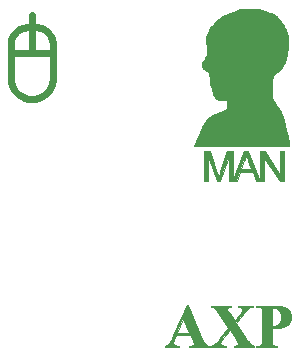
<source format=gbr>
%TF.GenerationSoftware,KiCad,Pcbnew,(6.0.6)*%
%TF.CreationDate,2022-11-01T14:59:24+00:00*%
%TF.ProjectId,frontcase,66726f6e-7463-4617-9365-2e6b69636164,rev?*%
%TF.SameCoordinates,Original*%
%TF.FileFunction,Legend,Top*%
%TF.FilePolarity,Positive*%
%FSLAX46Y46*%
G04 Gerber Fmt 4.6, Leading zero omitted, Abs format (unit mm)*
G04 Created by KiCad (PCBNEW (6.0.6)) date 2022-11-01 14:59:24*
%MOMM*%
%LPD*%
G01*
G04 APERTURE LIST*
%ADD10C,0.600000*%
%ADD11C,0.100000*%
%ADD12C,0.070000*%
G04 APERTURE END LIST*
D10*
X125400995Y-87408060D02*
X125398682Y-87315986D01*
X125415068Y-84243646D02*
X125427578Y-84173226D01*
X128683897Y-83606586D02*
X128723614Y-83662518D01*
X128394477Y-83317166D02*
X128448358Y-83359464D01*
X127539501Y-83034349D02*
X127539501Y-83034349D01*
X128966714Y-84461561D02*
X128966714Y-84461561D01*
X128220881Y-83206113D02*
X128280650Y-83240402D01*
D11*
G36*
X144093267Y-106679944D02*
G01*
X144005414Y-106679944D01*
X143987035Y-106680136D01*
X143969362Y-106680711D01*
X143952396Y-106681670D01*
X143936136Y-106683012D01*
X143920583Y-106684738D01*
X143905736Y-106686848D01*
X143891595Y-106689341D01*
X143878161Y-106692217D01*
X143865434Y-106695477D01*
X143853413Y-106699121D01*
X143842099Y-106703148D01*
X143831491Y-106707558D01*
X143821590Y-106712352D01*
X143812395Y-106717530D01*
X143803906Y-106723091D01*
X143796125Y-106729035D01*
X143788929Y-106734950D01*
X143782197Y-106741066D01*
X143775930Y-106747385D01*
X143770126Y-106753905D01*
X143764787Y-106760627D01*
X143759913Y-106767551D01*
X143755502Y-106774677D01*
X143751556Y-106782004D01*
X143748074Y-106789534D01*
X143745056Y-106797265D01*
X143742503Y-106805199D01*
X143740413Y-106813334D01*
X143738788Y-106821671D01*
X143737628Y-106830210D01*
X143736931Y-106838951D01*
X143736699Y-106847894D01*
X143736770Y-106854938D01*
X143736982Y-106861862D01*
X143737335Y-106868665D01*
X143737829Y-106875346D01*
X143738465Y-106881906D01*
X143739242Y-106888345D01*
X143740160Y-106894663D01*
X143741220Y-106900860D01*
X143742421Y-106906936D01*
X143743763Y-106912891D01*
X143745247Y-106918724D01*
X143746872Y-106924437D01*
X143748638Y-106930028D01*
X143750546Y-106935499D01*
X143752594Y-106940848D01*
X143754785Y-106946076D01*
X143933068Y-107214799D01*
X144367150Y-107876252D01*
X144736638Y-107424088D01*
X144803251Y-107340155D01*
X144833227Y-107300640D01*
X144860982Y-107262761D01*
X144886518Y-107226517D01*
X144909832Y-107191908D01*
X144930927Y-107158933D01*
X144949801Y-107127594D01*
X144966454Y-107097890D01*
X144980887Y-107069821D01*
X144993100Y-107043387D01*
X145003092Y-107018588D01*
X145010864Y-106995424D01*
X145016415Y-106973895D01*
X145019746Y-106954001D01*
X145020856Y-106935742D01*
X145020694Y-106927062D01*
X145020210Y-106918463D01*
X145019403Y-106909944D01*
X145018272Y-106901507D01*
X145016819Y-106893149D01*
X145015043Y-106884873D01*
X145012944Y-106876678D01*
X145010521Y-106868563D01*
X145007776Y-106860528D01*
X145004708Y-106852575D01*
X145001317Y-106844702D01*
X144997603Y-106836910D01*
X144993566Y-106829199D01*
X144989205Y-106821569D01*
X144984522Y-106814019D01*
X144979516Y-106806550D01*
X144974530Y-106799223D01*
X144969261Y-106792098D01*
X144963709Y-106785174D01*
X144957875Y-106778453D01*
X144951759Y-106771933D01*
X144945360Y-106765615D01*
X144938678Y-106759498D01*
X144931714Y-106753584D01*
X144924467Y-106747871D01*
X144916937Y-106742360D01*
X144909125Y-106737051D01*
X144901031Y-106731944D01*
X144892654Y-106727038D01*
X144883994Y-106722334D01*
X144875052Y-106717833D01*
X144865827Y-106713532D01*
X144856137Y-106709465D01*
X144845802Y-106705660D01*
X144834821Y-106702118D01*
X144823194Y-106698837D01*
X144810921Y-106695820D01*
X144798002Y-106693064D01*
X144784437Y-106690572D01*
X144770226Y-106688341D01*
X144755369Y-106686373D01*
X144739866Y-106684667D01*
X144723717Y-106683224D01*
X144706922Y-106682043D01*
X144689481Y-106681125D01*
X144671394Y-106680469D01*
X144652661Y-106680075D01*
X144633283Y-106679944D01*
X144633283Y-106584344D01*
X145922608Y-106584344D01*
X145922608Y-106679944D01*
X145885427Y-106681114D01*
X145850102Y-106683334D01*
X145816633Y-106686604D01*
X145785022Y-106690924D01*
X145755268Y-106696294D01*
X145727371Y-106702713D01*
X145714119Y-106706317D01*
X145701331Y-106710182D01*
X145689007Y-106714311D01*
X145677148Y-106718701D01*
X145665470Y-106723143D01*
X145653692Y-106728068D01*
X145641812Y-106733479D01*
X145629832Y-106739373D01*
X145617750Y-106745752D01*
X145605568Y-106752615D01*
X145593285Y-106759963D01*
X145580900Y-106767795D01*
X145568415Y-106776112D01*
X145555829Y-106784913D01*
X145543142Y-106794198D01*
X145530354Y-106803968D01*
X145517465Y-106814223D01*
X145504475Y-106824962D01*
X145491384Y-106836185D01*
X145478192Y-106847894D01*
X145469008Y-106856664D01*
X145458249Y-106867474D01*
X145432007Y-106895209D01*
X145399467Y-106931100D01*
X145360629Y-106975146D01*
X145315492Y-107027347D01*
X145264058Y-107087703D01*
X145206326Y-107156214D01*
X145142297Y-107232881D01*
X144478253Y-108033868D01*
X145444604Y-109467889D01*
X145502497Y-109552670D01*
X145556030Y-109628731D01*
X145605203Y-109696072D01*
X145650016Y-109754693D01*
X145690470Y-109804593D01*
X145726563Y-109845773D01*
X145758296Y-109878233D01*
X145772527Y-109891192D01*
X145785668Y-109901971D01*
X145798729Y-109911104D01*
X145812072Y-109919774D01*
X145825697Y-109927979D01*
X145839605Y-109935720D01*
X145853796Y-109942998D01*
X145868269Y-109949811D01*
X145883025Y-109956159D01*
X145898064Y-109962044D01*
X145913385Y-109967464D01*
X145928989Y-109972420D01*
X145944875Y-109976911D01*
X145961044Y-109980938D01*
X145977496Y-109984501D01*
X145994230Y-109987599D01*
X146011247Y-109990233D01*
X146028546Y-109992402D01*
X146028546Y-110088006D01*
X144320642Y-110088006D01*
X144320642Y-109992402D01*
X144369411Y-109988043D01*
X144413659Y-109982715D01*
X144453385Y-109976417D01*
X144471553Y-109972904D01*
X144488590Y-109969150D01*
X144504496Y-109965152D01*
X144519273Y-109960913D01*
X144532918Y-109956431D01*
X144545434Y-109951708D01*
X144556819Y-109946741D01*
X144567073Y-109941533D01*
X144576198Y-109936083D01*
X144584191Y-109930390D01*
X144591387Y-109924496D01*
X144598119Y-109918440D01*
X144604387Y-109912223D01*
X144610190Y-109905844D01*
X144615529Y-109899304D01*
X144620404Y-109892602D01*
X144624815Y-109885739D01*
X144628762Y-109878714D01*
X144632244Y-109871528D01*
X144635262Y-109864181D01*
X144637816Y-109856672D01*
X144639906Y-109849001D01*
X144641531Y-109841169D01*
X144642692Y-109833176D01*
X144643388Y-109825021D01*
X144643621Y-109816705D01*
X144643550Y-109810931D01*
X144643338Y-109805239D01*
X144642984Y-109799627D01*
X144642490Y-109794096D01*
X144641854Y-109788645D01*
X144641076Y-109783276D01*
X144640158Y-109777987D01*
X144639098Y-109772778D01*
X144637896Y-109767651D01*
X144636554Y-109762605D01*
X144635070Y-109757639D01*
X144633445Y-109752754D01*
X144631678Y-109747951D01*
X144629771Y-109743228D01*
X144627722Y-109738586D01*
X144625531Y-109734025D01*
X144614793Y-109712545D01*
X144600663Y-109686868D01*
X144583142Y-109656992D01*
X144562229Y-109622918D01*
X144537925Y-109584645D01*
X144510230Y-109542174D01*
X144479143Y-109495504D01*
X144444665Y-109444634D01*
X143933068Y-108687577D01*
X143398217Y-109341279D01*
X143341898Y-109412578D01*
X143293087Y-109477901D01*
X143271498Y-109508322D01*
X143251787Y-109537249D01*
X143233952Y-109564683D01*
X143217995Y-109590622D01*
X143203915Y-109615067D01*
X143191713Y-109638019D01*
X143181388Y-109659476D01*
X143172940Y-109679440D01*
X143166370Y-109697910D01*
X143161676Y-109714886D01*
X143158860Y-109730367D01*
X143157922Y-109744355D01*
X143158164Y-109753682D01*
X143158891Y-109762927D01*
X143160102Y-109772092D01*
X143161798Y-109781176D01*
X143163978Y-109790180D01*
X143166643Y-109799102D01*
X143169792Y-109807944D01*
X143173425Y-109816705D01*
X143177543Y-109825385D01*
X143182146Y-109833984D01*
X143187233Y-109842502D01*
X143192804Y-109850940D01*
X143198860Y-109859296D01*
X143205400Y-109867572D01*
X143212425Y-109875767D01*
X143219934Y-109883881D01*
X143227917Y-109891815D01*
X143236365Y-109899467D01*
X143245277Y-109906835D01*
X143254653Y-109913921D01*
X143264494Y-109920724D01*
X143274799Y-109927244D01*
X143285569Y-109933482D01*
X143296803Y-109939437D01*
X143308501Y-109945109D01*
X143320663Y-109950499D01*
X143333290Y-109955605D01*
X143346380Y-109960430D01*
X143359936Y-109964971D01*
X143373955Y-109969230D01*
X143388438Y-109973206D01*
X143403386Y-109976899D01*
X143410612Y-109978777D01*
X143418727Y-109980533D01*
X143427729Y-109982169D01*
X143437620Y-109983683D01*
X143448400Y-109985076D01*
X143460067Y-109986347D01*
X143486066Y-109988527D01*
X143515619Y-109990223D01*
X143548724Y-109991433D01*
X143585382Y-109992160D01*
X143625592Y-109992402D01*
X143625592Y-110088006D01*
X142279424Y-110088006D01*
X142279424Y-109992402D01*
X142307785Y-109987981D01*
X142335379Y-109983117D01*
X142362206Y-109977808D01*
X142388266Y-109972055D01*
X142413559Y-109965857D01*
X142438085Y-109959216D01*
X142461844Y-109952131D01*
X142484836Y-109944601D01*
X142507061Y-109936627D01*
X142528519Y-109928210D01*
X142549209Y-109919348D01*
X142569133Y-109910042D01*
X142588289Y-109900292D01*
X142606679Y-109890098D01*
X142624301Y-109879460D01*
X142641156Y-109868379D01*
X142663331Y-109852512D01*
X142686576Y-109834627D01*
X142710890Y-109814724D01*
X142736275Y-109792802D01*
X142762729Y-109768861D01*
X142790253Y-109742902D01*
X142818846Y-109714924D01*
X142848510Y-109684928D01*
X142879243Y-109652913D01*
X142911046Y-109618879D01*
X142943920Y-109582827D01*
X142977863Y-109544756D01*
X143048958Y-109462558D01*
X143124333Y-109372285D01*
X143819379Y-108524796D01*
X142927960Y-107214799D01*
X142829937Y-107071235D01*
X142755492Y-106963520D01*
X142704623Y-106891657D01*
X142688030Y-106869169D01*
X142677331Y-106855645D01*
X142668621Y-106845178D01*
X142659930Y-106835095D01*
X142651260Y-106825395D01*
X142642610Y-106816079D01*
X142633981Y-106807147D01*
X142625371Y-106798598D01*
X142616782Y-106790433D01*
X142608213Y-106782651D01*
X142599664Y-106775253D01*
X142591135Y-106768238D01*
X142582626Y-106761607D01*
X142574138Y-106755359D01*
X142565670Y-106749495D01*
X142557222Y-106744015D01*
X142548794Y-106738918D01*
X142540387Y-106734204D01*
X142531788Y-106729754D01*
X142522785Y-106725444D01*
X142513379Y-106721276D01*
X142503569Y-106717249D01*
X142493355Y-106713363D01*
X142482737Y-106709619D01*
X142471715Y-106706016D01*
X142460290Y-106702554D01*
X142448461Y-106699233D01*
X142436228Y-106696053D01*
X142423591Y-106693015D01*
X142410551Y-106690118D01*
X142397107Y-106687363D01*
X142383259Y-106684749D01*
X142354352Y-106679944D01*
X142354352Y-106584344D01*
X144093267Y-106584344D01*
X144093267Y-106679944D01*
G37*
X144093267Y-106679944D02*
X144005414Y-106679944D01*
X143987035Y-106680136D01*
X143969362Y-106680711D01*
X143952396Y-106681670D01*
X143936136Y-106683012D01*
X143920583Y-106684738D01*
X143905736Y-106686848D01*
X143891595Y-106689341D01*
X143878161Y-106692217D01*
X143865434Y-106695477D01*
X143853413Y-106699121D01*
X143842099Y-106703148D01*
X143831491Y-106707558D01*
X143821590Y-106712352D01*
X143812395Y-106717530D01*
X143803906Y-106723091D01*
X143796125Y-106729035D01*
X143788929Y-106734950D01*
X143782197Y-106741066D01*
X143775930Y-106747385D01*
X143770126Y-106753905D01*
X143764787Y-106760627D01*
X143759913Y-106767551D01*
X143755502Y-106774677D01*
X143751556Y-106782004D01*
X143748074Y-106789534D01*
X143745056Y-106797265D01*
X143742503Y-106805199D01*
X143740413Y-106813334D01*
X143738788Y-106821671D01*
X143737628Y-106830210D01*
X143736931Y-106838951D01*
X143736699Y-106847894D01*
X143736770Y-106854938D01*
X143736982Y-106861862D01*
X143737335Y-106868665D01*
X143737829Y-106875346D01*
X143738465Y-106881906D01*
X143739242Y-106888345D01*
X143740160Y-106894663D01*
X143741220Y-106900860D01*
X143742421Y-106906936D01*
X143743763Y-106912891D01*
X143745247Y-106918724D01*
X143746872Y-106924437D01*
X143748638Y-106930028D01*
X143750546Y-106935499D01*
X143752594Y-106940848D01*
X143754785Y-106946076D01*
X143933068Y-107214799D01*
X144367150Y-107876252D01*
X144736638Y-107424088D01*
X144803251Y-107340155D01*
X144833227Y-107300640D01*
X144860982Y-107262761D01*
X144886518Y-107226517D01*
X144909832Y-107191908D01*
X144930927Y-107158933D01*
X144949801Y-107127594D01*
X144966454Y-107097890D01*
X144980887Y-107069821D01*
X144993100Y-107043387D01*
X145003092Y-107018588D01*
X145010864Y-106995424D01*
X145016415Y-106973895D01*
X145019746Y-106954001D01*
X145020856Y-106935742D01*
X145020694Y-106927062D01*
X145020210Y-106918463D01*
X145019403Y-106909944D01*
X145018272Y-106901507D01*
X145016819Y-106893149D01*
X145015043Y-106884873D01*
X145012944Y-106876678D01*
X145010521Y-106868563D01*
X145007776Y-106860528D01*
X145004708Y-106852575D01*
X145001317Y-106844702D01*
X144997603Y-106836910D01*
X144993566Y-106829199D01*
X144989205Y-106821569D01*
X144984522Y-106814019D01*
X144979516Y-106806550D01*
X144974530Y-106799223D01*
X144969261Y-106792098D01*
X144963709Y-106785174D01*
X144957875Y-106778453D01*
X144951759Y-106771933D01*
X144945360Y-106765615D01*
X144938678Y-106759498D01*
X144931714Y-106753584D01*
X144924467Y-106747871D01*
X144916937Y-106742360D01*
X144909125Y-106737051D01*
X144901031Y-106731944D01*
X144892654Y-106727038D01*
X144883994Y-106722334D01*
X144875052Y-106717833D01*
X144865827Y-106713532D01*
X144856137Y-106709465D01*
X144845802Y-106705660D01*
X144834821Y-106702118D01*
X144823194Y-106698837D01*
X144810921Y-106695820D01*
X144798002Y-106693064D01*
X144784437Y-106690572D01*
X144770226Y-106688341D01*
X144755369Y-106686373D01*
X144739866Y-106684667D01*
X144723717Y-106683224D01*
X144706922Y-106682043D01*
X144689481Y-106681125D01*
X144671394Y-106680469D01*
X144652661Y-106680075D01*
X144633283Y-106679944D01*
X144633283Y-106584344D01*
X145922608Y-106584344D01*
X145922608Y-106679944D01*
X145885427Y-106681114D01*
X145850102Y-106683334D01*
X145816633Y-106686604D01*
X145785022Y-106690924D01*
X145755268Y-106696294D01*
X145727371Y-106702713D01*
X145714119Y-106706317D01*
X145701331Y-106710182D01*
X145689007Y-106714311D01*
X145677148Y-106718701D01*
X145665470Y-106723143D01*
X145653692Y-106728068D01*
X145641812Y-106733479D01*
X145629832Y-106739373D01*
X145617750Y-106745752D01*
X145605568Y-106752615D01*
X145593285Y-106759963D01*
X145580900Y-106767795D01*
X145568415Y-106776112D01*
X145555829Y-106784913D01*
X145543142Y-106794198D01*
X145530354Y-106803968D01*
X145517465Y-106814223D01*
X145504475Y-106824962D01*
X145491384Y-106836185D01*
X145478192Y-106847894D01*
X145469008Y-106856664D01*
X145458249Y-106867474D01*
X145432007Y-106895209D01*
X145399467Y-106931100D01*
X145360629Y-106975146D01*
X145315492Y-107027347D01*
X145264058Y-107087703D01*
X145206326Y-107156214D01*
X145142297Y-107232881D01*
X144478253Y-108033868D01*
X145444604Y-109467889D01*
X145502497Y-109552670D01*
X145556030Y-109628731D01*
X145605203Y-109696072D01*
X145650016Y-109754693D01*
X145690470Y-109804593D01*
X145726563Y-109845773D01*
X145758296Y-109878233D01*
X145772527Y-109891192D01*
X145785668Y-109901971D01*
X145798729Y-109911104D01*
X145812072Y-109919774D01*
X145825697Y-109927979D01*
X145839605Y-109935720D01*
X145853796Y-109942998D01*
X145868269Y-109949811D01*
X145883025Y-109956159D01*
X145898064Y-109962044D01*
X145913385Y-109967464D01*
X145928989Y-109972420D01*
X145944875Y-109976911D01*
X145961044Y-109980938D01*
X145977496Y-109984501D01*
X145994230Y-109987599D01*
X146011247Y-109990233D01*
X146028546Y-109992402D01*
X146028546Y-110088006D01*
X144320642Y-110088006D01*
X144320642Y-109992402D01*
X144369411Y-109988043D01*
X144413659Y-109982715D01*
X144453385Y-109976417D01*
X144471553Y-109972904D01*
X144488590Y-109969150D01*
X144504496Y-109965152D01*
X144519273Y-109960913D01*
X144532918Y-109956431D01*
X144545434Y-109951708D01*
X144556819Y-109946741D01*
X144567073Y-109941533D01*
X144576198Y-109936083D01*
X144584191Y-109930390D01*
X144591387Y-109924496D01*
X144598119Y-109918440D01*
X144604387Y-109912223D01*
X144610190Y-109905844D01*
X144615529Y-109899304D01*
X144620404Y-109892602D01*
X144624815Y-109885739D01*
X144628762Y-109878714D01*
X144632244Y-109871528D01*
X144635262Y-109864181D01*
X144637816Y-109856672D01*
X144639906Y-109849001D01*
X144641531Y-109841169D01*
X144642692Y-109833176D01*
X144643388Y-109825021D01*
X144643621Y-109816705D01*
X144643550Y-109810931D01*
X144643338Y-109805239D01*
X144642984Y-109799627D01*
X144642490Y-109794096D01*
X144641854Y-109788645D01*
X144641076Y-109783276D01*
X144640158Y-109777987D01*
X144639098Y-109772778D01*
X144637896Y-109767651D01*
X144636554Y-109762605D01*
X144635070Y-109757639D01*
X144633445Y-109752754D01*
X144631678Y-109747951D01*
X144629771Y-109743228D01*
X144627722Y-109738586D01*
X144625531Y-109734025D01*
X144614793Y-109712545D01*
X144600663Y-109686868D01*
X144583142Y-109656992D01*
X144562229Y-109622918D01*
X144537925Y-109584645D01*
X144510230Y-109542174D01*
X144479143Y-109495504D01*
X144444665Y-109444634D01*
X143933068Y-108687577D01*
X143398217Y-109341279D01*
X143341898Y-109412578D01*
X143293087Y-109477901D01*
X143271498Y-109508322D01*
X143251787Y-109537249D01*
X143233952Y-109564683D01*
X143217995Y-109590622D01*
X143203915Y-109615067D01*
X143191713Y-109638019D01*
X143181388Y-109659476D01*
X143172940Y-109679440D01*
X143166370Y-109697910D01*
X143161676Y-109714886D01*
X143158860Y-109730367D01*
X143157922Y-109744355D01*
X143158164Y-109753682D01*
X143158891Y-109762927D01*
X143160102Y-109772092D01*
X143161798Y-109781176D01*
X143163978Y-109790180D01*
X143166643Y-109799102D01*
X143169792Y-109807944D01*
X143173425Y-109816705D01*
X143177543Y-109825385D01*
X143182146Y-109833984D01*
X143187233Y-109842502D01*
X143192804Y-109850940D01*
X143198860Y-109859296D01*
X143205400Y-109867572D01*
X143212425Y-109875767D01*
X143219934Y-109883881D01*
X143227917Y-109891815D01*
X143236365Y-109899467D01*
X143245277Y-109906835D01*
X143254653Y-109913921D01*
X143264494Y-109920724D01*
X143274799Y-109927244D01*
X143285569Y-109933482D01*
X143296803Y-109939437D01*
X143308501Y-109945109D01*
X143320663Y-109950499D01*
X143333290Y-109955605D01*
X143346380Y-109960430D01*
X143359936Y-109964971D01*
X143373955Y-109969230D01*
X143388438Y-109973206D01*
X143403386Y-109976899D01*
X143410612Y-109978777D01*
X143418727Y-109980533D01*
X143427729Y-109982169D01*
X143437620Y-109983683D01*
X143448400Y-109985076D01*
X143460067Y-109986347D01*
X143486066Y-109988527D01*
X143515619Y-109990223D01*
X143548724Y-109991433D01*
X143585382Y-109992160D01*
X143625592Y-109992402D01*
X143625592Y-110088006D01*
X142279424Y-110088006D01*
X142279424Y-109992402D01*
X142307785Y-109987981D01*
X142335379Y-109983117D01*
X142362206Y-109977808D01*
X142388266Y-109972055D01*
X142413559Y-109965857D01*
X142438085Y-109959216D01*
X142461844Y-109952131D01*
X142484836Y-109944601D01*
X142507061Y-109936627D01*
X142528519Y-109928210D01*
X142549209Y-109919348D01*
X142569133Y-109910042D01*
X142588289Y-109900292D01*
X142606679Y-109890098D01*
X142624301Y-109879460D01*
X142641156Y-109868379D01*
X142663331Y-109852512D01*
X142686576Y-109834627D01*
X142710890Y-109814724D01*
X142736275Y-109792802D01*
X142762729Y-109768861D01*
X142790253Y-109742902D01*
X142818846Y-109714924D01*
X142848510Y-109684928D01*
X142879243Y-109652913D01*
X142911046Y-109618879D01*
X142943920Y-109582827D01*
X142977863Y-109544756D01*
X143048958Y-109462558D01*
X143124333Y-109372285D01*
X143819379Y-108524796D01*
X142927960Y-107214799D01*
X142829937Y-107071235D01*
X142755492Y-106963520D01*
X142704623Y-106891657D01*
X142688030Y-106869169D01*
X142677331Y-106855645D01*
X142668621Y-106845178D01*
X142659930Y-106835095D01*
X142651260Y-106825395D01*
X142642610Y-106816079D01*
X142633981Y-106807147D01*
X142625371Y-106798598D01*
X142616782Y-106790433D01*
X142608213Y-106782651D01*
X142599664Y-106775253D01*
X142591135Y-106768238D01*
X142582626Y-106761607D01*
X142574138Y-106755359D01*
X142565670Y-106749495D01*
X142557222Y-106744015D01*
X142548794Y-106738918D01*
X142540387Y-106734204D01*
X142531788Y-106729754D01*
X142522785Y-106725444D01*
X142513379Y-106721276D01*
X142503569Y-106717249D01*
X142493355Y-106713363D01*
X142482737Y-106709619D01*
X142471715Y-106706016D01*
X142460290Y-106702554D01*
X142448461Y-106699233D01*
X142436228Y-106696053D01*
X142423591Y-106693015D01*
X142410551Y-106690118D01*
X142397107Y-106687363D01*
X142383259Y-106684749D01*
X142354352Y-106679944D01*
X142354352Y-106584344D01*
X144093267Y-106584344D01*
X144093267Y-106679944D01*
D10*
X125805076Y-88452056D02*
X125752203Y-88384706D01*
X128280650Y-83240402D02*
X128338545Y-83277449D01*
X125970920Y-83317166D02*
X126026852Y-83277449D01*
X126407919Y-88924600D02*
X126330974Y-88885297D01*
X128034420Y-88885297D02*
X127957475Y-88924600D01*
X127539501Y-83034349D02*
X127613161Y-83036199D01*
X128641599Y-83552705D02*
X128683897Y-83606586D01*
X128760661Y-83720413D02*
X128794950Y-83780183D01*
X126822277Y-89063882D02*
X126735823Y-89044025D01*
X128383443Y-88637618D02*
X128318767Y-88693608D01*
X125427578Y-84173226D02*
X125443463Y-84104062D01*
X127897001Y-83079130D02*
X127964820Y-83098304D01*
X127757417Y-83050736D02*
X127827837Y-83063245D01*
X126046627Y-88693608D02*
X125981951Y-88637618D01*
X126999788Y-89090825D02*
X126910302Y-89079519D01*
X128966712Y-87315985D02*
X128966712Y-87315985D01*
X128723614Y-83662518D02*
X128760661Y-83720413D01*
X126486987Y-88960235D02*
X126407919Y-88924600D01*
X126910302Y-89079519D02*
X126822277Y-89063882D01*
X128445333Y-88578623D02*
X128383443Y-88637618D01*
X128448358Y-83359464D02*
X128500099Y-83404256D01*
X128858801Y-87930615D02*
X128826945Y-88011696D01*
X126825895Y-83034349D02*
X127539501Y-83034349D01*
X126568067Y-88992091D02*
X126486987Y-88960235D01*
D12*
G36*
X145780840Y-81440713D02*
G01*
X145950176Y-81448004D01*
X146116430Y-81460856D01*
X146277472Y-81479213D01*
X146431170Y-81503020D01*
X146575392Y-81532219D01*
X146708007Y-81566755D01*
X146826884Y-81606572D01*
X146929891Y-81651612D01*
X146954554Y-81663155D01*
X146985133Y-81675991D01*
X147020418Y-81689693D01*
X147059198Y-81703831D01*
X147100263Y-81717977D01*
X147142401Y-81731701D01*
X147184403Y-81744575D01*
X147225057Y-81756170D01*
X147307774Y-81779216D01*
X147382668Y-81801253D01*
X147450684Y-81822890D01*
X147512768Y-81844737D01*
X147569865Y-81867402D01*
X147622923Y-81891496D01*
X147672888Y-81917626D01*
X147720704Y-81946402D01*
X147767318Y-81978434D01*
X147813676Y-82014330D01*
X147860725Y-82054700D01*
X147909409Y-82100152D01*
X147960676Y-82151297D01*
X148015471Y-82208743D01*
X148139428Y-82344975D01*
X148221418Y-82441251D01*
X148300090Y-82542491D01*
X148375173Y-82648062D01*
X148446396Y-82757329D01*
X148513489Y-82869660D01*
X148576181Y-82984422D01*
X148634200Y-83100980D01*
X148687276Y-83218703D01*
X148735138Y-83336955D01*
X148777515Y-83455105D01*
X148814135Y-83572519D01*
X148844729Y-83688563D01*
X148869026Y-83802604D01*
X148886753Y-83914009D01*
X148897642Y-84022145D01*
X148901419Y-84126378D01*
X148897462Y-84265768D01*
X148886307Y-84440833D01*
X148869499Y-84637560D01*
X148848586Y-84841932D01*
X148825114Y-85039934D01*
X148800629Y-85217552D01*
X148776679Y-85360771D01*
X148765387Y-85415100D01*
X148754808Y-85455574D01*
X148736979Y-85516582D01*
X148714763Y-85597259D01*
X148690991Y-85687104D01*
X148668495Y-85775615D01*
X148645736Y-85860149D01*
X148619932Y-85942574D01*
X148591155Y-86022781D01*
X148559477Y-86100661D01*
X148524970Y-86176106D01*
X148487706Y-86249008D01*
X148447756Y-86319259D01*
X148405194Y-86386750D01*
X148360090Y-86451372D01*
X148312517Y-86513018D01*
X148262546Y-86571579D01*
X148210249Y-86626946D01*
X148155699Y-86679012D01*
X148098967Y-86727668D01*
X148040124Y-86772805D01*
X147979244Y-86814315D01*
X147952676Y-86831914D01*
X147923513Y-86852238D01*
X147892708Y-86874562D01*
X147861210Y-86898162D01*
X147829972Y-86922314D01*
X147799945Y-86946295D01*
X147772080Y-86969381D01*
X147747327Y-86990846D01*
X147660269Y-87067777D01*
X147641773Y-87084588D01*
X147625484Y-87099978D01*
X147611852Y-87113720D01*
X147606173Y-87119902D01*
X147601327Y-87125587D01*
X147597990Y-87131115D01*
X147594691Y-87139461D01*
X147588227Y-87164694D01*
X147581979Y-87201454D01*
X147575991Y-87249915D01*
X147570306Y-87310244D01*
X147564969Y-87382614D01*
X147555512Y-87564157D01*
X147547970Y-87795907D01*
X147542694Y-88079230D01*
X147540036Y-88415489D01*
X147540346Y-88806050D01*
X147541407Y-89038246D01*
X147635982Y-89198265D01*
X147686111Y-89281506D01*
X147744360Y-89375552D01*
X147876263Y-89582264D01*
X148013789Y-89790811D01*
X148079066Y-89887150D01*
X148139035Y-89973600D01*
X148176418Y-90028785D01*
X148213043Y-90086967D01*
X148248774Y-90147814D01*
X148283477Y-90210996D01*
X148317017Y-90276182D01*
X148349259Y-90343042D01*
X148380068Y-90411244D01*
X148409308Y-90480458D01*
X148436845Y-90550353D01*
X148462543Y-90620598D01*
X148486268Y-90690863D01*
X148507885Y-90760816D01*
X148527259Y-90830126D01*
X148544254Y-90898464D01*
X148558735Y-90965498D01*
X148570569Y-91030897D01*
X148594355Y-91167935D01*
X148622842Y-91316538D01*
X148654626Y-91470516D01*
X148688303Y-91623676D01*
X148722470Y-91769827D01*
X148755724Y-91902777D01*
X148786661Y-92016335D01*
X148813877Y-92104310D01*
X148821448Y-92127292D01*
X148827844Y-92148194D01*
X148833227Y-92167331D01*
X148837756Y-92185018D01*
X148841595Y-92201570D01*
X148844903Y-92217300D01*
X148850573Y-92247555D01*
X148856058Y-92278300D01*
X148862645Y-92312052D01*
X148866756Y-92330842D01*
X148871626Y-92351327D01*
X148877417Y-92373823D01*
X148884290Y-92398643D01*
X148888763Y-92419732D01*
X148894568Y-92440978D01*
X148901472Y-92462505D01*
X148909247Y-92484438D01*
X148944439Y-92578704D01*
X148953107Y-92604524D01*
X148961263Y-92631493D01*
X148968675Y-92659736D01*
X148975114Y-92689377D01*
X148980349Y-92720539D01*
X148984149Y-92753347D01*
X148985439Y-92770407D01*
X148986284Y-92787925D01*
X148986655Y-92805916D01*
X148986523Y-92824396D01*
X148981588Y-93056526D01*
X144960567Y-93061013D01*
X140939547Y-93065493D01*
X141000015Y-92945440D01*
X141012164Y-92920575D01*
X141023500Y-92895931D01*
X141033774Y-92872151D01*
X141042739Y-92849878D01*
X141050147Y-92829754D01*
X141055749Y-92812423D01*
X141057795Y-92805005D01*
X141059296Y-92798527D01*
X141060222Y-92793068D01*
X141060542Y-92788709D01*
X141060775Y-92784503D01*
X141061446Y-92779492D01*
X141062533Y-92773743D01*
X141064013Y-92767320D01*
X141065865Y-92760289D01*
X141068064Y-92752715D01*
X141070590Y-92744662D01*
X141073419Y-92736197D01*
X141079899Y-92718290D01*
X141087324Y-92699515D01*
X141095516Y-92680394D01*
X141099843Y-92670867D01*
X141104294Y-92661449D01*
X141113318Y-92642222D01*
X141122211Y-92622290D01*
X141130745Y-92602233D01*
X141138690Y-92582630D01*
X141145820Y-92564059D01*
X141151904Y-92547098D01*
X141156714Y-92532328D01*
X141160023Y-92520327D01*
X141161366Y-92515040D01*
X141162903Y-92509630D01*
X141164615Y-92504137D01*
X141166486Y-92498599D01*
X141168496Y-92493057D01*
X141170630Y-92487550D01*
X141175192Y-92476799D01*
X141177585Y-92471635D01*
X141180030Y-92466664D01*
X141182507Y-92461926D01*
X141185000Y-92457460D01*
X141187491Y-92453307D01*
X141189962Y-92449506D01*
X141192394Y-92446096D01*
X141194771Y-92443117D01*
X141197426Y-92439570D01*
X141200675Y-92434494D01*
X141204472Y-92427983D01*
X141208773Y-92420135D01*
X141218704Y-92400807D01*
X141230105Y-92377276D01*
X141242612Y-92350306D01*
X141255864Y-92320664D01*
X141269498Y-92289116D01*
X141283152Y-92256427D01*
X141296790Y-92223738D01*
X141310380Y-92192190D01*
X141323562Y-92162548D01*
X141335976Y-92135578D01*
X141347264Y-92112047D01*
X141357065Y-92092719D01*
X141365021Y-92078360D01*
X141368195Y-92073283D01*
X141370772Y-92069736D01*
X141376316Y-92061848D01*
X141382626Y-92050839D01*
X141389587Y-92037031D01*
X141397082Y-92020748D01*
X141413209Y-91982046D01*
X141430074Y-91937313D01*
X141446746Y-91889130D01*
X141462294Y-91840079D01*
X141475786Y-91792740D01*
X141481470Y-91770520D01*
X141486290Y-91749696D01*
X141492935Y-91726021D01*
X141503800Y-91695931D01*
X141518441Y-91660259D01*
X141536413Y-91619839D01*
X141580574Y-91528086D01*
X141632725Y-91427336D01*
X141689313Y-91324256D01*
X141746779Y-91225511D01*
X141801569Y-91137766D01*
X141826849Y-91100102D01*
X141850126Y-91067688D01*
X141889719Y-91014149D01*
X141927135Y-90962244D01*
X141958162Y-90917902D01*
X141969961Y-90900419D01*
X141978583Y-90887048D01*
X141992472Y-90864991D01*
X142005876Y-90844471D01*
X142018879Y-90825401D01*
X142031564Y-90807696D01*
X142044017Y-90791268D01*
X142056321Y-90776032D01*
X142068559Y-90761901D01*
X142080816Y-90748790D01*
X142093176Y-90736611D01*
X142105723Y-90725279D01*
X142118540Y-90714707D01*
X142131712Y-90704809D01*
X142145323Y-90695499D01*
X142159456Y-90686691D01*
X142174196Y-90678297D01*
X142189626Y-90670233D01*
X142208210Y-90660613D01*
X142226950Y-90650361D01*
X142245336Y-90639794D01*
X142262858Y-90629227D01*
X142279004Y-90618975D01*
X142293264Y-90609355D01*
X142305128Y-90600681D01*
X142310002Y-90596798D01*
X142314086Y-90593270D01*
X142328522Y-90581938D01*
X142349797Y-90567743D01*
X142409189Y-90532597D01*
X142484921Y-90491497D01*
X142569652Y-90448107D01*
X142656039Y-90406091D01*
X142736741Y-90369113D01*
X142804416Y-90340838D01*
X142831074Y-90331109D01*
X142851723Y-90324930D01*
X142871089Y-90319595D01*
X142893715Y-90312364D01*
X142918781Y-90303558D01*
X142945465Y-90293496D01*
X142972945Y-90282497D01*
X143000402Y-90270881D01*
X143027012Y-90258967D01*
X143051956Y-90247074D01*
X143077098Y-90235151D01*
X143104277Y-90223148D01*
X143132632Y-90211393D01*
X143161302Y-90200210D01*
X143189426Y-90189925D01*
X143216143Y-90180864D01*
X143240592Y-90173352D01*
X143261910Y-90167714D01*
X143271773Y-90165239D01*
X143281847Y-90162427D01*
X143292058Y-90159309D01*
X143302334Y-90155919D01*
X143322789Y-90148445D01*
X143342627Y-90140261D01*
X143361266Y-90131622D01*
X143369953Y-90127212D01*
X143378121Y-90122783D01*
X143385698Y-90118368D01*
X143392611Y-90113998D01*
X143398786Y-90109706D01*
X143404150Y-90105523D01*
X143415033Y-90096867D01*
X143427642Y-90087562D01*
X143441524Y-90077900D01*
X143456228Y-90068172D01*
X143471303Y-90058670D01*
X143486297Y-90049685D01*
X143500758Y-90041510D01*
X143514235Y-90034436D01*
X143531888Y-90025168D01*
X143548858Y-90015389D01*
X143565142Y-90005114D01*
X143580734Y-89994353D01*
X143595629Y-89983120D01*
X143609821Y-89971426D01*
X143623307Y-89959283D01*
X143636080Y-89946706D01*
X143648136Y-89933704D01*
X143659469Y-89920292D01*
X143670075Y-89906481D01*
X143679949Y-89892283D01*
X143689084Y-89877711D01*
X143697477Y-89862777D01*
X143705122Y-89847494D01*
X143712014Y-89831874D01*
X143718147Y-89815929D01*
X143723518Y-89799671D01*
X143728120Y-89783113D01*
X143731950Y-89766268D01*
X143735000Y-89749146D01*
X143737267Y-89731762D01*
X143738746Y-89714127D01*
X143739431Y-89696253D01*
X143739317Y-89678154D01*
X143738399Y-89659840D01*
X143736672Y-89641325D01*
X143734132Y-89622620D01*
X143730772Y-89603739D01*
X143726588Y-89584694D01*
X143721574Y-89565496D01*
X143715727Y-89546158D01*
X143710620Y-89529104D01*
X143706348Y-89512055D01*
X143702919Y-89494895D01*
X143700340Y-89477507D01*
X143698619Y-89459775D01*
X143697765Y-89441582D01*
X143697784Y-89422813D01*
X143698686Y-89403349D01*
X143700477Y-89383076D01*
X143703166Y-89361876D01*
X143706761Y-89339633D01*
X143711269Y-89316231D01*
X143716699Y-89291553D01*
X143723058Y-89265483D01*
X143730354Y-89237904D01*
X143738596Y-89208700D01*
X143740718Y-89201150D01*
X143741548Y-89197738D01*
X143742159Y-89194560D01*
X143742502Y-89191610D01*
X143742529Y-89188884D01*
X143742409Y-89187602D01*
X143742191Y-89186374D01*
X143741869Y-89185198D01*
X143741439Y-89184075D01*
X143740892Y-89183003D01*
X143740224Y-89181981D01*
X143739428Y-89181010D01*
X143738498Y-89180087D01*
X143737428Y-89179213D01*
X143736212Y-89178387D01*
X143734844Y-89177608D01*
X143733318Y-89176875D01*
X143731627Y-89176188D01*
X143729766Y-89175546D01*
X143727728Y-89174948D01*
X143725508Y-89174393D01*
X143720495Y-89173411D01*
X143714679Y-89172594D01*
X143708011Y-89171936D01*
X143700442Y-89171432D01*
X143691923Y-89171076D01*
X143682406Y-89170862D01*
X143671841Y-89170784D01*
X143660182Y-89170837D01*
X143647378Y-89171015D01*
X143633380Y-89171312D01*
X143601611Y-89172240D01*
X143564486Y-89173575D01*
X143472606Y-89177283D01*
X143381405Y-89180003D01*
X143296578Y-89180311D01*
X143217888Y-89178123D01*
X143145094Y-89173353D01*
X143077960Y-89165918D01*
X143016246Y-89155733D01*
X142959714Y-89142714D01*
X142908127Y-89126776D01*
X142861246Y-89107835D01*
X142818832Y-89085807D01*
X142780647Y-89060607D01*
X142746454Y-89032150D01*
X142716013Y-89000353D01*
X142689086Y-88965131D01*
X142665435Y-88926399D01*
X142644822Y-88884074D01*
X142571829Y-88717039D01*
X142568774Y-88708883D01*
X142566126Y-88699415D01*
X142563806Y-88688768D01*
X142561737Y-88677074D01*
X142558041Y-88651082D01*
X142554415Y-88622505D01*
X142550238Y-88592409D01*
X142547749Y-88577125D01*
X142544888Y-88561862D01*
X142541578Y-88546752D01*
X142537742Y-88531930D01*
X142533301Y-88517527D01*
X142528178Y-88503678D01*
X142481794Y-88389271D01*
X142445656Y-88297954D01*
X142428180Y-88252040D01*
X142409366Y-88201200D01*
X142362526Y-88070480D01*
X142340396Y-88016122D01*
X142321322Y-87960229D01*
X142305042Y-87903003D01*
X142291299Y-87844649D01*
X142279834Y-87785373D01*
X142270388Y-87725378D01*
X142262701Y-87664869D01*
X142256515Y-87604050D01*
X142247611Y-87482303D01*
X142241604Y-87361771D01*
X142236422Y-87244092D01*
X142229994Y-87130900D01*
X142227312Y-87091052D01*
X142225752Y-87055224D01*
X142225051Y-87023116D01*
X142224947Y-86994427D01*
X142225478Y-86946106D01*
X142225246Y-86907859D01*
X142224188Y-86891763D01*
X142222151Y-86877284D01*
X142218874Y-86864122D01*
X142214093Y-86851977D01*
X142207546Y-86840549D01*
X142198972Y-86829537D01*
X142188106Y-86818642D01*
X142174687Y-86807562D01*
X142149885Y-86790137D01*
X142123161Y-86773868D01*
X142094684Y-86758353D01*
X142064626Y-86743193D01*
X142000452Y-86712342D01*
X141966678Y-86695852D01*
X141932007Y-86678119D01*
X141896610Y-86658745D01*
X141860659Y-86637328D01*
X141824325Y-86613471D01*
X141787778Y-86586772D01*
X141751190Y-86556834D01*
X141732934Y-86540525D01*
X141714732Y-86523256D01*
X141696605Y-86504978D01*
X141678575Y-86485640D01*
X141660663Y-86465192D01*
X141642890Y-86443584D01*
X141631078Y-86427961D01*
X141620327Y-86412048D01*
X141610643Y-86395825D01*
X141602030Y-86379273D01*
X141594493Y-86362372D01*
X141588036Y-86345099D01*
X141582665Y-86327437D01*
X141578383Y-86309363D01*
X141575196Y-86290858D01*
X141573109Y-86271902D01*
X141572126Y-86252474D01*
X141572251Y-86232553D01*
X141573490Y-86212121D01*
X141575846Y-86191155D01*
X141579326Y-86169637D01*
X141583933Y-86147546D01*
X141589672Y-86124860D01*
X141596549Y-86101561D01*
X141604566Y-86077628D01*
X141613730Y-86053040D01*
X141624045Y-86027778D01*
X141635515Y-86001820D01*
X141661942Y-85947739D01*
X141693047Y-85890633D01*
X141728869Y-85830341D01*
X141769445Y-85766700D01*
X141814812Y-85699548D01*
X141842262Y-85658940D01*
X141867391Y-85619763D01*
X141890021Y-85582339D01*
X141909979Y-85546993D01*
X141927088Y-85514047D01*
X141941172Y-85483826D01*
X141947026Y-85469838D01*
X141952057Y-85456652D01*
X141956245Y-85444308D01*
X141959567Y-85432848D01*
X141987069Y-85330717D01*
X142019052Y-85215544D01*
X142028140Y-85182178D01*
X142035926Y-85150524D01*
X142042391Y-85119947D01*
X142047512Y-85089809D01*
X142051270Y-85059476D01*
X142053643Y-85028311D01*
X142054611Y-84995679D01*
X142054153Y-84960942D01*
X142052248Y-84923467D01*
X142048875Y-84882616D01*
X142044014Y-84837754D01*
X142037643Y-84788244D01*
X142029742Y-84733451D01*
X142020291Y-84672739D01*
X141996651Y-84531014D01*
X141991031Y-84499588D01*
X141984986Y-84468207D01*
X141978707Y-84437705D01*
X141972382Y-84408916D01*
X141966202Y-84382676D01*
X141960356Y-84359818D01*
X141955033Y-84341177D01*
X141950423Y-84327588D01*
X141941808Y-84301789D01*
X141934982Y-84273525D01*
X141929905Y-84242933D01*
X141926535Y-84210154D01*
X141924751Y-84138582D01*
X141929299Y-84059920D01*
X141939848Y-83975275D01*
X141956066Y-83885756D01*
X141977623Y-83792471D01*
X142004186Y-83696529D01*
X142035425Y-83599039D01*
X142071008Y-83501109D01*
X142110604Y-83403848D01*
X142153882Y-83308364D01*
X142200511Y-83215766D01*
X142250158Y-83127163D01*
X142302494Y-83043663D01*
X142357186Y-82966374D01*
X142380799Y-82937083D01*
X142411788Y-82901712D01*
X142491956Y-82816468D01*
X142589806Y-82718124D01*
X142697455Y-82614158D01*
X142807020Y-82512050D01*
X142910615Y-82419278D01*
X143000358Y-82343323D01*
X143037572Y-82313989D01*
X143068366Y-82291664D01*
X143218492Y-82192149D01*
X143360734Y-82103061D01*
X143496981Y-82023431D01*
X143629118Y-81952286D01*
X143759032Y-81888658D01*
X143823746Y-81859360D01*
X143888612Y-81831576D01*
X144019744Y-81780068D01*
X144154315Y-81733165D01*
X144277955Y-81692038D01*
X144397730Y-81651214D01*
X144499968Y-81615413D01*
X144570996Y-81589353D01*
X144688251Y-81550126D01*
X144819476Y-81516911D01*
X144962540Y-81489651D01*
X145115311Y-81468290D01*
X145275658Y-81452772D01*
X145441449Y-81443041D01*
X145610554Y-81439040D01*
X145780840Y-81440713D01*
G37*
X145780840Y-81440713D02*
X145950176Y-81448004D01*
X146116430Y-81460856D01*
X146277472Y-81479213D01*
X146431170Y-81503020D01*
X146575392Y-81532219D01*
X146708007Y-81566755D01*
X146826884Y-81606572D01*
X146929891Y-81651612D01*
X146954554Y-81663155D01*
X146985133Y-81675991D01*
X147020418Y-81689693D01*
X147059198Y-81703831D01*
X147100263Y-81717977D01*
X147142401Y-81731701D01*
X147184403Y-81744575D01*
X147225057Y-81756170D01*
X147307774Y-81779216D01*
X147382668Y-81801253D01*
X147450684Y-81822890D01*
X147512768Y-81844737D01*
X147569865Y-81867402D01*
X147622923Y-81891496D01*
X147672888Y-81917626D01*
X147720704Y-81946402D01*
X147767318Y-81978434D01*
X147813676Y-82014330D01*
X147860725Y-82054700D01*
X147909409Y-82100152D01*
X147960676Y-82151297D01*
X148015471Y-82208743D01*
X148139428Y-82344975D01*
X148221418Y-82441251D01*
X148300090Y-82542491D01*
X148375173Y-82648062D01*
X148446396Y-82757329D01*
X148513489Y-82869660D01*
X148576181Y-82984422D01*
X148634200Y-83100980D01*
X148687276Y-83218703D01*
X148735138Y-83336955D01*
X148777515Y-83455105D01*
X148814135Y-83572519D01*
X148844729Y-83688563D01*
X148869026Y-83802604D01*
X148886753Y-83914009D01*
X148897642Y-84022145D01*
X148901419Y-84126378D01*
X148897462Y-84265768D01*
X148886307Y-84440833D01*
X148869499Y-84637560D01*
X148848586Y-84841932D01*
X148825114Y-85039934D01*
X148800629Y-85217552D01*
X148776679Y-85360771D01*
X148765387Y-85415100D01*
X148754808Y-85455574D01*
X148736979Y-85516582D01*
X148714763Y-85597259D01*
X148690991Y-85687104D01*
X148668495Y-85775615D01*
X148645736Y-85860149D01*
X148619932Y-85942574D01*
X148591155Y-86022781D01*
X148559477Y-86100661D01*
X148524970Y-86176106D01*
X148487706Y-86249008D01*
X148447756Y-86319259D01*
X148405194Y-86386750D01*
X148360090Y-86451372D01*
X148312517Y-86513018D01*
X148262546Y-86571579D01*
X148210249Y-86626946D01*
X148155699Y-86679012D01*
X148098967Y-86727668D01*
X148040124Y-86772805D01*
X147979244Y-86814315D01*
X147952676Y-86831914D01*
X147923513Y-86852238D01*
X147892708Y-86874562D01*
X147861210Y-86898162D01*
X147829972Y-86922314D01*
X147799945Y-86946295D01*
X147772080Y-86969381D01*
X147747327Y-86990846D01*
X147660269Y-87067777D01*
X147641773Y-87084588D01*
X147625484Y-87099978D01*
X147611852Y-87113720D01*
X147606173Y-87119902D01*
X147601327Y-87125587D01*
X147597990Y-87131115D01*
X147594691Y-87139461D01*
X147588227Y-87164694D01*
X147581979Y-87201454D01*
X147575991Y-87249915D01*
X147570306Y-87310244D01*
X147564969Y-87382614D01*
X147555512Y-87564157D01*
X147547970Y-87795907D01*
X147542694Y-88079230D01*
X147540036Y-88415489D01*
X147540346Y-88806050D01*
X147541407Y-89038246D01*
X147635982Y-89198265D01*
X147686111Y-89281506D01*
X147744360Y-89375552D01*
X147876263Y-89582264D01*
X148013789Y-89790811D01*
X148079066Y-89887150D01*
X148139035Y-89973600D01*
X148176418Y-90028785D01*
X148213043Y-90086967D01*
X148248774Y-90147814D01*
X148283477Y-90210996D01*
X148317017Y-90276182D01*
X148349259Y-90343042D01*
X148380068Y-90411244D01*
X148409308Y-90480458D01*
X148436845Y-90550353D01*
X148462543Y-90620598D01*
X148486268Y-90690863D01*
X148507885Y-90760816D01*
X148527259Y-90830126D01*
X148544254Y-90898464D01*
X148558735Y-90965498D01*
X148570569Y-91030897D01*
X148594355Y-91167935D01*
X148622842Y-91316538D01*
X148654626Y-91470516D01*
X148688303Y-91623676D01*
X148722470Y-91769827D01*
X148755724Y-91902777D01*
X148786661Y-92016335D01*
X148813877Y-92104310D01*
X148821448Y-92127292D01*
X148827844Y-92148194D01*
X148833227Y-92167331D01*
X148837756Y-92185018D01*
X148841595Y-92201570D01*
X148844903Y-92217300D01*
X148850573Y-92247555D01*
X148856058Y-92278300D01*
X148862645Y-92312052D01*
X148866756Y-92330842D01*
X148871626Y-92351327D01*
X148877417Y-92373823D01*
X148884290Y-92398643D01*
X148888763Y-92419732D01*
X148894568Y-92440978D01*
X148901472Y-92462505D01*
X148909247Y-92484438D01*
X148944439Y-92578704D01*
X148953107Y-92604524D01*
X148961263Y-92631493D01*
X148968675Y-92659736D01*
X148975114Y-92689377D01*
X148980349Y-92720539D01*
X148984149Y-92753347D01*
X148985439Y-92770407D01*
X148986284Y-92787925D01*
X148986655Y-92805916D01*
X148986523Y-92824396D01*
X148981588Y-93056526D01*
X144960567Y-93061013D01*
X140939547Y-93065493D01*
X141000015Y-92945440D01*
X141012164Y-92920575D01*
X141023500Y-92895931D01*
X141033774Y-92872151D01*
X141042739Y-92849878D01*
X141050147Y-92829754D01*
X141055749Y-92812423D01*
X141057795Y-92805005D01*
X141059296Y-92798527D01*
X141060222Y-92793068D01*
X141060542Y-92788709D01*
X141060775Y-92784503D01*
X141061446Y-92779492D01*
X141062533Y-92773743D01*
X141064013Y-92767320D01*
X141065865Y-92760289D01*
X141068064Y-92752715D01*
X141070590Y-92744662D01*
X141073419Y-92736197D01*
X141079899Y-92718290D01*
X141087324Y-92699515D01*
X141095516Y-92680394D01*
X141099843Y-92670867D01*
X141104294Y-92661449D01*
X141113318Y-92642222D01*
X141122211Y-92622290D01*
X141130745Y-92602233D01*
X141138690Y-92582630D01*
X141145820Y-92564059D01*
X141151904Y-92547098D01*
X141156714Y-92532328D01*
X141160023Y-92520327D01*
X141161366Y-92515040D01*
X141162903Y-92509630D01*
X141164615Y-92504137D01*
X141166486Y-92498599D01*
X141168496Y-92493057D01*
X141170630Y-92487550D01*
X141175192Y-92476799D01*
X141177585Y-92471635D01*
X141180030Y-92466664D01*
X141182507Y-92461926D01*
X141185000Y-92457460D01*
X141187491Y-92453307D01*
X141189962Y-92449506D01*
X141192394Y-92446096D01*
X141194771Y-92443117D01*
X141197426Y-92439570D01*
X141200675Y-92434494D01*
X141204472Y-92427983D01*
X141208773Y-92420135D01*
X141218704Y-92400807D01*
X141230105Y-92377276D01*
X141242612Y-92350306D01*
X141255864Y-92320664D01*
X141269498Y-92289116D01*
X141283152Y-92256427D01*
X141296790Y-92223738D01*
X141310380Y-92192190D01*
X141323562Y-92162548D01*
X141335976Y-92135578D01*
X141347264Y-92112047D01*
X141357065Y-92092719D01*
X141365021Y-92078360D01*
X141368195Y-92073283D01*
X141370772Y-92069736D01*
X141376316Y-92061848D01*
X141382626Y-92050839D01*
X141389587Y-92037031D01*
X141397082Y-92020748D01*
X141413209Y-91982046D01*
X141430074Y-91937313D01*
X141446746Y-91889130D01*
X141462294Y-91840079D01*
X141475786Y-91792740D01*
X141481470Y-91770520D01*
X141486290Y-91749696D01*
X141492935Y-91726021D01*
X141503800Y-91695931D01*
X141518441Y-91660259D01*
X141536413Y-91619839D01*
X141580574Y-91528086D01*
X141632725Y-91427336D01*
X141689313Y-91324256D01*
X141746779Y-91225511D01*
X141801569Y-91137766D01*
X141826849Y-91100102D01*
X141850126Y-91067688D01*
X141889719Y-91014149D01*
X141927135Y-90962244D01*
X141958162Y-90917902D01*
X141969961Y-90900419D01*
X141978583Y-90887048D01*
X141992472Y-90864991D01*
X142005876Y-90844471D01*
X142018879Y-90825401D01*
X142031564Y-90807696D01*
X142044017Y-90791268D01*
X142056321Y-90776032D01*
X142068559Y-90761901D01*
X142080816Y-90748790D01*
X142093176Y-90736611D01*
X142105723Y-90725279D01*
X142118540Y-90714707D01*
X142131712Y-90704809D01*
X142145323Y-90695499D01*
X142159456Y-90686691D01*
X142174196Y-90678297D01*
X142189626Y-90670233D01*
X142208210Y-90660613D01*
X142226950Y-90650361D01*
X142245336Y-90639794D01*
X142262858Y-90629227D01*
X142279004Y-90618975D01*
X142293264Y-90609355D01*
X142305128Y-90600681D01*
X142310002Y-90596798D01*
X142314086Y-90593270D01*
X142328522Y-90581938D01*
X142349797Y-90567743D01*
X142409189Y-90532597D01*
X142484921Y-90491497D01*
X142569652Y-90448107D01*
X142656039Y-90406091D01*
X142736741Y-90369113D01*
X142804416Y-90340838D01*
X142831074Y-90331109D01*
X142851723Y-90324930D01*
X142871089Y-90319595D01*
X142893715Y-90312364D01*
X142918781Y-90303558D01*
X142945465Y-90293496D01*
X142972945Y-90282497D01*
X143000402Y-90270881D01*
X143027012Y-90258967D01*
X143051956Y-90247074D01*
X143077098Y-90235151D01*
X143104277Y-90223148D01*
X143132632Y-90211393D01*
X143161302Y-90200210D01*
X143189426Y-90189925D01*
X143216143Y-90180864D01*
X143240592Y-90173352D01*
X143261910Y-90167714D01*
X143271773Y-90165239D01*
X143281847Y-90162427D01*
X143292058Y-90159309D01*
X143302334Y-90155919D01*
X143322789Y-90148445D01*
X143342627Y-90140261D01*
X143361266Y-90131622D01*
X143369953Y-90127212D01*
X143378121Y-90122783D01*
X143385698Y-90118368D01*
X143392611Y-90113998D01*
X143398786Y-90109706D01*
X143404150Y-90105523D01*
X143415033Y-90096867D01*
X143427642Y-90087562D01*
X143441524Y-90077900D01*
X143456228Y-90068172D01*
X143471303Y-90058670D01*
X143486297Y-90049685D01*
X143500758Y-90041510D01*
X143514235Y-90034436D01*
X143531888Y-90025168D01*
X143548858Y-90015389D01*
X143565142Y-90005114D01*
X143580734Y-89994353D01*
X143595629Y-89983120D01*
X143609821Y-89971426D01*
X143623307Y-89959283D01*
X143636080Y-89946706D01*
X143648136Y-89933704D01*
X143659469Y-89920292D01*
X143670075Y-89906481D01*
X143679949Y-89892283D01*
X143689084Y-89877711D01*
X143697477Y-89862777D01*
X143705122Y-89847494D01*
X143712014Y-89831874D01*
X143718147Y-89815929D01*
X143723518Y-89799671D01*
X143728120Y-89783113D01*
X143731950Y-89766268D01*
X143735000Y-89749146D01*
X143737267Y-89731762D01*
X143738746Y-89714127D01*
X143739431Y-89696253D01*
X143739317Y-89678154D01*
X143738399Y-89659840D01*
X143736672Y-89641325D01*
X143734132Y-89622620D01*
X143730772Y-89603739D01*
X143726588Y-89584694D01*
X143721574Y-89565496D01*
X143715727Y-89546158D01*
X143710620Y-89529104D01*
X143706348Y-89512055D01*
X143702919Y-89494895D01*
X143700340Y-89477507D01*
X143698619Y-89459775D01*
X143697765Y-89441582D01*
X143697784Y-89422813D01*
X143698686Y-89403349D01*
X143700477Y-89383076D01*
X143703166Y-89361876D01*
X143706761Y-89339633D01*
X143711269Y-89316231D01*
X143716699Y-89291553D01*
X143723058Y-89265483D01*
X143730354Y-89237904D01*
X143738596Y-89208700D01*
X143740718Y-89201150D01*
X143741548Y-89197738D01*
X143742159Y-89194560D01*
X143742502Y-89191610D01*
X143742529Y-89188884D01*
X143742409Y-89187602D01*
X143742191Y-89186374D01*
X143741869Y-89185198D01*
X143741439Y-89184075D01*
X143740892Y-89183003D01*
X143740224Y-89181981D01*
X143739428Y-89181010D01*
X143738498Y-89180087D01*
X143737428Y-89179213D01*
X143736212Y-89178387D01*
X143734844Y-89177608D01*
X143733318Y-89176875D01*
X143731627Y-89176188D01*
X143729766Y-89175546D01*
X143727728Y-89174948D01*
X143725508Y-89174393D01*
X143720495Y-89173411D01*
X143714679Y-89172594D01*
X143708011Y-89171936D01*
X143700442Y-89171432D01*
X143691923Y-89171076D01*
X143682406Y-89170862D01*
X143671841Y-89170784D01*
X143660182Y-89170837D01*
X143647378Y-89171015D01*
X143633380Y-89171312D01*
X143601611Y-89172240D01*
X143564486Y-89173575D01*
X143472606Y-89177283D01*
X143381405Y-89180003D01*
X143296578Y-89180311D01*
X143217888Y-89178123D01*
X143145094Y-89173353D01*
X143077960Y-89165918D01*
X143016246Y-89155733D01*
X142959714Y-89142714D01*
X142908127Y-89126776D01*
X142861246Y-89107835D01*
X142818832Y-89085807D01*
X142780647Y-89060607D01*
X142746454Y-89032150D01*
X142716013Y-89000353D01*
X142689086Y-88965131D01*
X142665435Y-88926399D01*
X142644822Y-88884074D01*
X142571829Y-88717039D01*
X142568774Y-88708883D01*
X142566126Y-88699415D01*
X142563806Y-88688768D01*
X142561737Y-88677074D01*
X142558041Y-88651082D01*
X142554415Y-88622505D01*
X142550238Y-88592409D01*
X142547749Y-88577125D01*
X142544888Y-88561862D01*
X142541578Y-88546752D01*
X142537742Y-88531930D01*
X142533301Y-88517527D01*
X142528178Y-88503678D01*
X142481794Y-88389271D01*
X142445656Y-88297954D01*
X142428180Y-88252040D01*
X142409366Y-88201200D01*
X142362526Y-88070480D01*
X142340396Y-88016122D01*
X142321322Y-87960229D01*
X142305042Y-87903003D01*
X142291299Y-87844649D01*
X142279834Y-87785373D01*
X142270388Y-87725378D01*
X142262701Y-87664869D01*
X142256515Y-87604050D01*
X142247611Y-87482303D01*
X142241604Y-87361771D01*
X142236422Y-87244092D01*
X142229994Y-87130900D01*
X142227312Y-87091052D01*
X142225752Y-87055224D01*
X142225051Y-87023116D01*
X142224947Y-86994427D01*
X142225478Y-86946106D01*
X142225246Y-86907859D01*
X142224188Y-86891763D01*
X142222151Y-86877284D01*
X142218874Y-86864122D01*
X142214093Y-86851977D01*
X142207546Y-86840549D01*
X142198972Y-86829537D01*
X142188106Y-86818642D01*
X142174687Y-86807562D01*
X142149885Y-86790137D01*
X142123161Y-86773868D01*
X142094684Y-86758353D01*
X142064626Y-86743193D01*
X142000452Y-86712342D01*
X141966678Y-86695852D01*
X141932007Y-86678119D01*
X141896610Y-86658745D01*
X141860659Y-86637328D01*
X141824325Y-86613471D01*
X141787778Y-86586772D01*
X141751190Y-86556834D01*
X141732934Y-86540525D01*
X141714732Y-86523256D01*
X141696605Y-86504978D01*
X141678575Y-86485640D01*
X141660663Y-86465192D01*
X141642890Y-86443584D01*
X141631078Y-86427961D01*
X141620327Y-86412048D01*
X141610643Y-86395825D01*
X141602030Y-86379273D01*
X141594493Y-86362372D01*
X141588036Y-86345099D01*
X141582665Y-86327437D01*
X141578383Y-86309363D01*
X141575196Y-86290858D01*
X141573109Y-86271902D01*
X141572126Y-86252474D01*
X141572251Y-86232553D01*
X141573490Y-86212121D01*
X141575846Y-86191155D01*
X141579326Y-86169637D01*
X141583933Y-86147546D01*
X141589672Y-86124860D01*
X141596549Y-86101561D01*
X141604566Y-86077628D01*
X141613730Y-86053040D01*
X141624045Y-86027778D01*
X141635515Y-86001820D01*
X141661942Y-85947739D01*
X141693047Y-85890633D01*
X141728869Y-85830341D01*
X141769445Y-85766700D01*
X141814812Y-85699548D01*
X141842262Y-85658940D01*
X141867391Y-85619763D01*
X141890021Y-85582339D01*
X141909979Y-85546993D01*
X141927088Y-85514047D01*
X141941172Y-85483826D01*
X141947026Y-85469838D01*
X141952057Y-85456652D01*
X141956245Y-85444308D01*
X141959567Y-85432848D01*
X141987069Y-85330717D01*
X142019052Y-85215544D01*
X142028140Y-85182178D01*
X142035926Y-85150524D01*
X142042391Y-85119947D01*
X142047512Y-85089809D01*
X142051270Y-85059476D01*
X142053643Y-85028311D01*
X142054611Y-84995679D01*
X142054153Y-84960942D01*
X142052248Y-84923467D01*
X142048875Y-84882616D01*
X142044014Y-84837754D01*
X142037643Y-84788244D01*
X142029742Y-84733451D01*
X142020291Y-84672739D01*
X141996651Y-84531014D01*
X141991031Y-84499588D01*
X141984986Y-84468207D01*
X141978707Y-84437705D01*
X141972382Y-84408916D01*
X141966202Y-84382676D01*
X141960356Y-84359818D01*
X141955033Y-84341177D01*
X141950423Y-84327588D01*
X141941808Y-84301789D01*
X141934982Y-84273525D01*
X141929905Y-84242933D01*
X141926535Y-84210154D01*
X141924751Y-84138582D01*
X141929299Y-84059920D01*
X141939848Y-83975275D01*
X141956066Y-83885756D01*
X141977623Y-83792471D01*
X142004186Y-83696529D01*
X142035425Y-83599039D01*
X142071008Y-83501109D01*
X142110604Y-83403848D01*
X142153882Y-83308364D01*
X142200511Y-83215766D01*
X142250158Y-83127163D01*
X142302494Y-83043663D01*
X142357186Y-82966374D01*
X142380799Y-82937083D01*
X142411788Y-82901712D01*
X142491956Y-82816468D01*
X142589806Y-82718124D01*
X142697455Y-82614158D01*
X142807020Y-82512050D01*
X142910615Y-82419278D01*
X143000358Y-82343323D01*
X143037572Y-82313989D01*
X143068366Y-82291664D01*
X143218492Y-82192149D01*
X143360734Y-82103061D01*
X143496981Y-82023431D01*
X143629118Y-81952286D01*
X143759032Y-81888658D01*
X143823746Y-81859360D01*
X143888612Y-81831576D01*
X144019744Y-81780068D01*
X144154315Y-81733165D01*
X144277955Y-81692038D01*
X144397730Y-81651214D01*
X144499968Y-81615413D01*
X144570996Y-81589353D01*
X144688251Y-81550126D01*
X144819476Y-81516911D01*
X144962540Y-81489651D01*
X145115311Y-81468290D01*
X145275658Y-81452772D01*
X145441449Y-81443041D01*
X145610554Y-81439040D01*
X145780840Y-81440713D01*
D10*
X128709146Y-88242422D02*
X128662837Y-88314791D01*
X128826393Y-83841739D02*
X128854901Y-83904993D01*
X125510496Y-83904993D02*
X125539004Y-83841739D01*
X125419165Y-87588381D02*
X125407859Y-87498895D01*
X128613191Y-88384706D02*
X128560318Y-88452056D01*
X128662837Y-88314791D02*
X128613191Y-88384706D01*
X125815786Y-83451452D02*
X125865298Y-83404256D01*
X125506592Y-87930616D02*
X125478626Y-87847634D01*
X128504329Y-88516732D02*
X128445333Y-88578623D01*
X128886768Y-87847633D02*
X128858801Y-87930615D01*
X126256262Y-88842436D02*
X126183893Y-88796127D01*
X128318767Y-88693608D02*
X128251416Y-88746481D01*
X126400577Y-83098304D02*
X126468396Y-83079130D01*
X128964864Y-84387902D02*
X128966714Y-84461561D01*
X126651049Y-89020058D02*
X126568067Y-88992091D01*
X125398682Y-87315986D02*
X125398682Y-87315986D01*
X127274771Y-89097689D02*
X127182697Y-89100002D01*
X127714345Y-89020058D02*
X127629571Y-89044025D01*
X125398682Y-85175167D02*
X128966712Y-85175167D01*
X128826945Y-88011696D02*
X128791310Y-88090764D01*
X128794950Y-83780183D02*
X128826393Y-83841739D01*
X127543117Y-89063882D02*
X127455092Y-89079519D01*
X126183893Y-88796127D02*
X126113978Y-88746481D01*
X127182697Y-89100002D02*
X127090623Y-89097689D01*
D12*
G36*
X142886466Y-95323418D02*
G01*
X142957986Y-95541856D01*
X142985344Y-95627485D01*
X143007102Y-95697389D01*
X143031660Y-95620375D01*
X143062250Y-95527206D01*
X143098872Y-95417880D01*
X143141524Y-95292398D01*
X143746426Y-93534566D01*
X144196224Y-93534566D01*
X144196224Y-96044647D01*
X144189937Y-96061018D01*
X143873955Y-96061018D01*
X143873955Y-93946450D01*
X143139802Y-96061018D01*
X142838212Y-96061018D01*
X142107506Y-93910259D01*
X142107506Y-96061018D01*
X141785237Y-96061018D01*
X141785237Y-93534566D01*
X142288459Y-93534566D01*
X142886466Y-95323418D01*
G37*
X142886466Y-95323418D02*
X142957986Y-95541856D01*
X142985344Y-95627485D01*
X143007102Y-95697389D01*
X143031660Y-95620375D01*
X143062250Y-95527206D01*
X143098872Y-95417880D01*
X143141524Y-95292398D01*
X143746426Y-93534566D01*
X144196224Y-93534566D01*
X144196224Y-96044647D01*
X144189937Y-96061018D01*
X143873955Y-96061018D01*
X143873955Y-93946450D01*
X143139802Y-96061018D01*
X142838212Y-96061018D01*
X142107506Y-93910259D01*
X142107506Y-96061018D01*
X141785237Y-96061018D01*
X141785237Y-93534566D01*
X142288459Y-93534566D01*
X142886466Y-95323418D01*
D10*
X127090623Y-89097689D02*
X126999788Y-89090825D01*
X126537560Y-83063245D02*
X126607980Y-83050736D01*
X128910735Y-87762860D02*
X128886768Y-87847633D01*
X126334192Y-83120678D02*
X126400577Y-83098304D01*
X125920061Y-88578623D02*
X125861065Y-88516732D01*
X126206073Y-83174670D02*
X126269327Y-83146162D01*
X125398682Y-87315986D02*
X125398682Y-84461561D01*
X125478626Y-87847634D02*
X125454659Y-87762860D01*
X125768589Y-83500965D02*
X125815786Y-83451452D01*
X128921933Y-84104062D02*
X128937819Y-84173226D01*
X127182697Y-89100002D02*
X127182697Y-89100002D01*
X126735823Y-89044025D02*
X126651049Y-89020058D01*
D11*
G36*
X140375146Y-106511994D02*
G01*
X141638635Y-109385209D01*
X141682842Y-109482545D01*
X141725031Y-109570434D01*
X141765201Y-109648877D01*
X141803353Y-109717874D01*
X141839486Y-109777423D01*
X141856795Y-109803655D01*
X141873600Y-109827525D01*
X141889900Y-109849033D01*
X141905696Y-109868179D01*
X141920987Y-109884963D01*
X141935773Y-109899384D01*
X141947037Y-109909136D01*
X141958866Y-109918362D01*
X141971260Y-109927063D01*
X141984220Y-109935239D01*
X141997745Y-109942890D01*
X142011835Y-109950016D01*
X142026490Y-109956617D01*
X142041710Y-109962693D01*
X142057496Y-109968244D01*
X142073847Y-109973270D01*
X142090763Y-109977771D01*
X142108244Y-109981748D01*
X142126290Y-109985199D01*
X142144902Y-109988125D01*
X142164078Y-109990526D01*
X142183820Y-109992402D01*
X142183820Y-110088006D01*
X140488835Y-110088006D01*
X140488835Y-109992402D01*
X140558599Y-109992402D01*
X140607732Y-109991514D01*
X140630875Y-109990404D01*
X140653070Y-109988850D01*
X140674315Y-109986852D01*
X140694613Y-109984410D01*
X140713961Y-109981523D01*
X140732360Y-109978193D01*
X140749811Y-109974419D01*
X140766313Y-109970200D01*
X140781867Y-109965538D01*
X140796471Y-109960431D01*
X140810127Y-109954880D01*
X140822834Y-109948885D01*
X140834593Y-109942446D01*
X140845403Y-109935563D01*
X140852286Y-109930253D01*
X140858725Y-109924661D01*
X140864720Y-109918786D01*
X140870272Y-109912629D01*
X140875378Y-109906189D01*
X140880041Y-109899467D01*
X140884260Y-109892462D01*
X140888035Y-109885175D01*
X140891366Y-109877605D01*
X140894252Y-109869752D01*
X140896695Y-109861617D01*
X140898693Y-109853200D01*
X140900247Y-109844500D01*
X140901357Y-109835517D01*
X140902024Y-109826252D01*
X140902246Y-109816705D01*
X140902003Y-109805037D01*
X140901276Y-109793289D01*
X140900065Y-109781459D01*
X140898369Y-109769549D01*
X140896189Y-109757558D01*
X140893525Y-109745487D01*
X140890376Y-109733334D01*
X140886743Y-109721101D01*
X140885834Y-109717619D01*
X140884400Y-109712986D01*
X140879958Y-109700269D01*
X140873418Y-109682950D01*
X140864778Y-109661029D01*
X140854039Y-109634505D01*
X140841201Y-109603378D01*
X140809228Y-109527314D01*
X140623193Y-109090653D01*
X139385541Y-109090653D01*
X139238263Y-109431718D01*
X139221306Y-109473421D01*
X139206611Y-109513268D01*
X139194176Y-109551258D01*
X139188807Y-109569557D01*
X139184003Y-109587391D01*
X139179764Y-109604761D01*
X139176090Y-109621666D01*
X139172982Y-109638108D01*
X139170439Y-109654085D01*
X139168461Y-109669597D01*
X139167048Y-109684646D01*
X139166200Y-109699230D01*
X139165917Y-109713349D01*
X139166382Y-109731457D01*
X139167774Y-109748959D01*
X139170096Y-109765855D01*
X139173346Y-109782146D01*
X139177524Y-109797830D01*
X139182631Y-109812909D01*
X139188666Y-109827383D01*
X139195630Y-109841250D01*
X139203523Y-109854512D01*
X139212344Y-109867169D01*
X139222094Y-109879220D01*
X139232772Y-109890665D01*
X139244379Y-109901504D01*
X139256915Y-109911739D01*
X139270379Y-109921367D01*
X139284772Y-109930390D01*
X139294290Y-109935478D01*
X139305402Y-109940404D01*
X139318109Y-109945168D01*
X139332411Y-109949771D01*
X139348307Y-109954212D01*
X139365799Y-109958492D01*
X139384885Y-109962610D01*
X139405565Y-109966566D01*
X139427841Y-109970361D01*
X139451711Y-109973994D01*
X139477176Y-109977466D01*
X139504236Y-109980776D01*
X139532890Y-109983925D01*
X139563140Y-109986912D01*
X139628423Y-109992402D01*
X139628423Y-110088006D01*
X138463117Y-110088006D01*
X138463117Y-109992402D01*
X138486432Y-109988466D01*
X138509222Y-109983764D01*
X138531488Y-109978294D01*
X138553228Y-109972057D01*
X138574444Y-109965053D01*
X138595135Y-109957282D01*
X138615301Y-109948743D01*
X138634942Y-109939438D01*
X138654058Y-109929365D01*
X138672649Y-109918525D01*
X138690716Y-109906918D01*
X138708257Y-109894543D01*
X138725274Y-109881401D01*
X138741766Y-109867492D01*
X138757733Y-109852816D01*
X138773175Y-109837373D01*
X138788577Y-109820165D01*
X138804423Y-109800838D01*
X138820714Y-109779391D01*
X138837448Y-109755824D01*
X138854627Y-109730137D01*
X138872249Y-109702331D01*
X138890316Y-109672405D01*
X138908827Y-109640360D01*
X138927782Y-109606195D01*
X138947181Y-109569910D01*
X138967024Y-109531506D01*
X138987311Y-109490983D01*
X139029217Y-109403577D01*
X139072900Y-109307694D01*
X139255895Y-108899445D01*
X139475976Y-108899445D01*
X140535344Y-108899445D01*
X140013410Y-107692803D01*
X139475976Y-108899445D01*
X139255895Y-108899445D01*
X140326055Y-106511994D01*
X140375146Y-106511994D01*
G37*
X140375146Y-106511994D02*
X141638635Y-109385209D01*
X141682842Y-109482545D01*
X141725031Y-109570434D01*
X141765201Y-109648877D01*
X141803353Y-109717874D01*
X141839486Y-109777423D01*
X141856795Y-109803655D01*
X141873600Y-109827525D01*
X141889900Y-109849033D01*
X141905696Y-109868179D01*
X141920987Y-109884963D01*
X141935773Y-109899384D01*
X141947037Y-109909136D01*
X141958866Y-109918362D01*
X141971260Y-109927063D01*
X141984220Y-109935239D01*
X141997745Y-109942890D01*
X142011835Y-109950016D01*
X142026490Y-109956617D01*
X142041710Y-109962693D01*
X142057496Y-109968244D01*
X142073847Y-109973270D01*
X142090763Y-109977771D01*
X142108244Y-109981748D01*
X142126290Y-109985199D01*
X142144902Y-109988125D01*
X142164078Y-109990526D01*
X142183820Y-109992402D01*
X142183820Y-110088006D01*
X140488835Y-110088006D01*
X140488835Y-109992402D01*
X140558599Y-109992402D01*
X140607732Y-109991514D01*
X140630875Y-109990404D01*
X140653070Y-109988850D01*
X140674315Y-109986852D01*
X140694613Y-109984410D01*
X140713961Y-109981523D01*
X140732360Y-109978193D01*
X140749811Y-109974419D01*
X140766313Y-109970200D01*
X140781867Y-109965538D01*
X140796471Y-109960431D01*
X140810127Y-109954880D01*
X140822834Y-109948885D01*
X140834593Y-109942446D01*
X140845403Y-109935563D01*
X140852286Y-109930253D01*
X140858725Y-109924661D01*
X140864720Y-109918786D01*
X140870272Y-109912629D01*
X140875378Y-109906189D01*
X140880041Y-109899467D01*
X140884260Y-109892462D01*
X140888035Y-109885175D01*
X140891366Y-109877605D01*
X140894252Y-109869752D01*
X140896695Y-109861617D01*
X140898693Y-109853200D01*
X140900247Y-109844500D01*
X140901357Y-109835517D01*
X140902024Y-109826252D01*
X140902246Y-109816705D01*
X140902003Y-109805037D01*
X140901276Y-109793289D01*
X140900065Y-109781459D01*
X140898369Y-109769549D01*
X140896189Y-109757558D01*
X140893525Y-109745487D01*
X140890376Y-109733334D01*
X140886743Y-109721101D01*
X140885834Y-109717619D01*
X140884400Y-109712986D01*
X140879958Y-109700269D01*
X140873418Y-109682950D01*
X140864778Y-109661029D01*
X140854039Y-109634505D01*
X140841201Y-109603378D01*
X140809228Y-109527314D01*
X140623193Y-109090653D01*
X139385541Y-109090653D01*
X139238263Y-109431718D01*
X139221306Y-109473421D01*
X139206611Y-109513268D01*
X139194176Y-109551258D01*
X139188807Y-109569557D01*
X139184003Y-109587391D01*
X139179764Y-109604761D01*
X139176090Y-109621666D01*
X139172982Y-109638108D01*
X139170439Y-109654085D01*
X139168461Y-109669597D01*
X139167048Y-109684646D01*
X139166200Y-109699230D01*
X139165917Y-109713349D01*
X139166382Y-109731457D01*
X139167774Y-109748959D01*
X139170096Y-109765855D01*
X139173346Y-109782146D01*
X139177524Y-109797830D01*
X139182631Y-109812909D01*
X139188666Y-109827383D01*
X139195630Y-109841250D01*
X139203523Y-109854512D01*
X139212344Y-109867169D01*
X139222094Y-109879220D01*
X139232772Y-109890665D01*
X139244379Y-109901504D01*
X139256915Y-109911739D01*
X139270379Y-109921367D01*
X139284772Y-109930390D01*
X139294290Y-109935478D01*
X139305402Y-109940404D01*
X139318109Y-109945168D01*
X139332411Y-109949771D01*
X139348307Y-109954212D01*
X139365799Y-109958492D01*
X139384885Y-109962610D01*
X139405565Y-109966566D01*
X139427841Y-109970361D01*
X139451711Y-109973994D01*
X139477176Y-109977466D01*
X139504236Y-109980776D01*
X139532890Y-109983925D01*
X139563140Y-109986912D01*
X139628423Y-109992402D01*
X139628423Y-110088006D01*
X138463117Y-110088006D01*
X138463117Y-109992402D01*
X138486432Y-109988466D01*
X138509222Y-109983764D01*
X138531488Y-109978294D01*
X138553228Y-109972057D01*
X138574444Y-109965053D01*
X138595135Y-109957282D01*
X138615301Y-109948743D01*
X138634942Y-109939438D01*
X138654058Y-109929365D01*
X138672649Y-109918525D01*
X138690716Y-109906918D01*
X138708257Y-109894543D01*
X138725274Y-109881401D01*
X138741766Y-109867492D01*
X138757733Y-109852816D01*
X138773175Y-109837373D01*
X138788577Y-109820165D01*
X138804423Y-109800838D01*
X138820714Y-109779391D01*
X138837448Y-109755824D01*
X138854627Y-109730137D01*
X138872249Y-109702331D01*
X138890316Y-109672405D01*
X138908827Y-109640360D01*
X138927782Y-109606195D01*
X138947181Y-109569910D01*
X138967024Y-109531506D01*
X138987311Y-109490983D01*
X139029217Y-109403577D01*
X139072900Y-109307694D01*
X139255895Y-108899445D01*
X139475976Y-108899445D01*
X140535344Y-108899445D01*
X140013410Y-107692803D01*
X139475976Y-108899445D01*
X139255895Y-108899445D01*
X140326055Y-106511994D01*
X140375146Y-106511994D01*
D10*
X126679568Y-83041691D02*
X126752236Y-83036199D01*
X127455092Y-89079519D02*
X127365606Y-89090825D01*
X128946229Y-87588380D02*
X128930593Y-87676405D01*
X128752007Y-88167709D02*
X128709146Y-88242422D01*
X125406024Y-84315234D02*
X125415068Y-84243646D01*
X125434801Y-87676406D02*
X125419165Y-87588381D01*
X128959373Y-84315234D02*
X128964864Y-84387902D01*
X125641783Y-83662518D02*
X125681500Y-83606586D01*
X127365606Y-89090825D02*
X127274771Y-89097689D01*
X126607980Y-83050736D02*
X126679568Y-83041691D01*
X125861065Y-88516732D02*
X125805076Y-88452056D01*
X127827837Y-83063245D02*
X127897001Y-83079130D01*
D12*
G36*
X145520374Y-93534566D02*
G01*
X146549830Y-96049869D01*
X146549830Y-96061018D01*
X146173530Y-96061018D01*
X145878834Y-95295844D01*
X144822412Y-95295844D01*
X144544951Y-96061018D01*
X144196224Y-96061018D01*
X144196224Y-96044647D01*
X144588363Y-95023553D01*
X144918920Y-95023553D01*
X145775432Y-95023553D01*
X145511757Y-94323867D01*
X145455316Y-94171565D01*
X145406631Y-94033481D01*
X145365701Y-93909614D01*
X145348145Y-93853012D01*
X145332527Y-93799965D01*
X145319844Y-93860660D01*
X145305922Y-93921247D01*
X145290762Y-93981726D01*
X145274363Y-94042098D01*
X145256726Y-94102362D01*
X145237849Y-94162518D01*
X145217734Y-94222567D01*
X145196381Y-94282508D01*
X144918920Y-95023553D01*
X144588363Y-95023553D01*
X145160191Y-93534566D01*
X145520374Y-93534566D01*
G37*
X145520374Y-93534566D02*
X146549830Y-96049869D01*
X146549830Y-96061018D01*
X146173530Y-96061018D01*
X145878834Y-95295844D01*
X144822412Y-95295844D01*
X144544951Y-96061018D01*
X144196224Y-96061018D01*
X144196224Y-96044647D01*
X144588363Y-95023553D01*
X144918920Y-95023553D01*
X145775432Y-95023553D01*
X145511757Y-94323867D01*
X145455316Y-94171565D01*
X145406631Y-94033481D01*
X145365701Y-93909614D01*
X145348145Y-93853012D01*
X145332527Y-93799965D01*
X145319844Y-93860660D01*
X145305922Y-93921247D01*
X145290762Y-93981726D01*
X145274363Y-94042098D01*
X145256726Y-94102362D01*
X145237849Y-94162518D01*
X145217734Y-94222567D01*
X145196381Y-94282508D01*
X144918920Y-95023553D01*
X144588363Y-95023553D01*
X145160191Y-93534566D01*
X145520374Y-93534566D01*
D10*
X128159324Y-83174670D02*
X128220881Y-83206113D01*
X125604735Y-83720413D02*
X125641783Y-83662518D01*
X128338545Y-83277449D02*
X128394477Y-83317166D01*
X128854901Y-83904993D02*
X128880386Y-83969857D01*
X126752236Y-83036199D02*
X126825895Y-83034349D01*
X125681500Y-83606586D02*
X125723798Y-83552705D01*
X126269327Y-83146162D02*
X126334192Y-83120678D01*
X125485011Y-83969857D02*
X125510496Y-83904993D01*
X127629571Y-89044025D02*
X127543117Y-89063882D01*
X127685829Y-83041691D02*
X127757417Y-83050736D01*
X125400532Y-84387902D02*
X125406024Y-84315234D01*
X128549611Y-83451452D02*
X128596808Y-83500965D01*
X127797327Y-88992091D02*
X127714345Y-89020058D01*
X128966714Y-84461561D02*
X128966712Y-87315985D01*
X128950328Y-84243646D02*
X128959373Y-84315234D01*
X126084747Y-83240402D02*
X126144517Y-83206113D01*
X125613387Y-88167710D02*
X125574083Y-88090764D01*
X127613161Y-83036199D02*
X127685829Y-83041691D01*
X128031205Y-83120678D02*
X128096070Y-83146162D01*
X128966712Y-87315985D02*
X128964399Y-87408059D01*
X128964399Y-87408059D02*
X128957535Y-87498894D01*
X125752203Y-88384706D02*
X125702557Y-88314791D01*
X125462637Y-84036243D02*
X125485011Y-83969857D01*
X125656248Y-88242422D02*
X125613387Y-88167710D01*
X127957475Y-88924600D02*
X127878407Y-88960235D01*
X125407859Y-87498895D02*
X125400995Y-87408060D01*
D12*
G36*
X148219770Y-95518159D02*
G01*
X148219770Y-93534566D01*
X148540316Y-93534566D01*
X148540316Y-96061018D01*
X148197367Y-96061018D01*
X146870376Y-94075702D01*
X146870376Y-96061018D01*
X146554393Y-96061018D01*
X146549830Y-96049869D01*
X146549830Y-93534566D01*
X146892780Y-93534566D01*
X148219770Y-95518159D01*
G37*
X148219770Y-95518159D02*
X148219770Y-93534566D01*
X148540316Y-93534566D01*
X148540316Y-96061018D01*
X148197367Y-96061018D01*
X146870376Y-94075702D01*
X146870376Y-96061018D01*
X146554393Y-96061018D01*
X146549830Y-96049869D01*
X146549830Y-93534566D01*
X146892780Y-93534566D01*
X148219770Y-95518159D01*
D11*
G36*
X147818762Y-106585394D02*
G01*
X147908076Y-106588543D01*
X147994059Y-106593791D01*
X148076711Y-106601139D01*
X148156032Y-106610586D01*
X148232023Y-106622132D01*
X148304682Y-106635778D01*
X148374012Y-106651523D01*
X148440010Y-106669367D01*
X148502678Y-106689311D01*
X148562015Y-106711354D01*
X148618021Y-106735497D01*
X148670697Y-106761738D01*
X148720042Y-106790079D01*
X148766056Y-106820519D01*
X148808740Y-106853059D01*
X148848476Y-106887173D01*
X148885649Y-106922338D01*
X148920258Y-106958552D01*
X148952304Y-106995815D01*
X148981786Y-107034129D01*
X149008704Y-107073492D01*
X149033058Y-107113904D01*
X149054849Y-107155367D01*
X149074076Y-107197879D01*
X149090739Y-107241441D01*
X149104839Y-107286053D01*
X149116375Y-107331714D01*
X149125348Y-107378425D01*
X149131757Y-107426186D01*
X149135602Y-107474997D01*
X149136884Y-107524857D01*
X149136056Y-107567106D01*
X149133573Y-107608588D01*
X149129435Y-107649303D01*
X149123642Y-107689250D01*
X149116194Y-107728431D01*
X149107090Y-107766845D01*
X149096331Y-107804492D01*
X149083917Y-107841371D01*
X149069847Y-107877484D01*
X149054122Y-107912830D01*
X149036742Y-107947409D01*
X149017707Y-107981220D01*
X148997016Y-108014265D01*
X148974670Y-108046542D01*
X148950669Y-108078053D01*
X148925012Y-108108796D01*
X148897901Y-108138552D01*
X148869540Y-108167096D01*
X148839926Y-108194428D01*
X148809062Y-108220549D01*
X148776945Y-108245459D01*
X148743577Y-108269158D01*
X148708958Y-108291645D01*
X148673087Y-108312921D01*
X148635965Y-108332986D01*
X148597591Y-108351840D01*
X148557965Y-108369483D01*
X148517088Y-108385914D01*
X148474960Y-108401135D01*
X148431580Y-108415144D01*
X148386948Y-108427943D01*
X148341065Y-108439530D01*
X148308384Y-108447039D01*
X148272998Y-108454063D01*
X148234907Y-108460603D01*
X148194110Y-108466658D01*
X148104403Y-108477316D01*
X148003877Y-108486037D01*
X147892530Y-108492820D01*
X147770364Y-108497666D01*
X147637379Y-108500573D01*
X147493573Y-108501542D01*
X147493573Y-109473054D01*
X147494098Y-109540840D01*
X147495673Y-109602086D01*
X147498297Y-109656791D01*
X147501970Y-109704956D01*
X147506694Y-109746580D01*
X147512467Y-109781663D01*
X147515747Y-109796752D01*
X147519289Y-109810206D01*
X147523094Y-109822024D01*
X147527162Y-109832208D01*
X147531885Y-109841140D01*
X147537013Y-109849851D01*
X147542544Y-109858339D01*
X147548478Y-109866606D01*
X147554817Y-109874650D01*
X147561559Y-109882472D01*
X147568705Y-109890072D01*
X147576254Y-109897450D01*
X147584208Y-109904606D01*
X147592565Y-109911540D01*
X147601325Y-109918252D01*
X147610490Y-109924742D01*
X147620058Y-109931009D01*
X147630030Y-109937055D01*
X147640406Y-109942878D01*
X147651185Y-109948480D01*
X147663065Y-109953798D01*
X147676095Y-109958774D01*
X147690277Y-109963406D01*
X147705608Y-109967696D01*
X147722090Y-109971642D01*
X147739723Y-109975245D01*
X147758507Y-109978505D01*
X147778441Y-109981421D01*
X147799525Y-109983995D01*
X147821760Y-109986225D01*
X147845146Y-109988113D01*
X147869682Y-109989657D01*
X147895369Y-109990858D01*
X147922206Y-109991716D01*
X147950194Y-109992230D01*
X147979333Y-109992402D01*
X147979333Y-110088006D01*
X146199079Y-110088006D01*
X146199079Y-109992402D01*
X146257337Y-109991716D01*
X146310669Y-109989657D01*
X146359075Y-109986225D01*
X146402556Y-109981421D01*
X146441111Y-109975245D01*
X146458541Y-109971642D01*
X146474740Y-109967696D01*
X146489708Y-109963406D01*
X146503444Y-109958774D01*
X146515949Y-109953798D01*
X146527223Y-109948480D01*
X146537993Y-109942565D01*
X146548339Y-109936449D01*
X146558261Y-109930130D01*
X146567759Y-109923610D01*
X146576832Y-109916888D01*
X146585482Y-109909964D01*
X146593708Y-109902838D01*
X146601510Y-109895511D01*
X146608888Y-109887981D01*
X146615842Y-109880250D01*
X146622372Y-109872316D01*
X146628478Y-109864181D01*
X146634160Y-109855844D01*
X146639419Y-109847305D01*
X146644253Y-109838564D01*
X146648664Y-109829621D01*
X146653044Y-109819750D01*
X146657142Y-109808224D01*
X146660957Y-109795042D01*
X146664490Y-109780205D01*
X146667740Y-109763714D01*
X146670708Y-109745566D01*
X146673392Y-109725764D01*
X146675795Y-109704307D01*
X146677914Y-109681194D01*
X146679751Y-109656425D01*
X146681306Y-109630002D01*
X146682577Y-109601923D01*
X146684273Y-109540799D01*
X146684838Y-109473054D01*
X146684838Y-108300004D01*
X147493573Y-108300004D01*
X147533622Y-108302263D01*
X147568505Y-108303877D01*
X147598220Y-108304846D01*
X147622766Y-108305169D01*
X147661603Y-108304442D01*
X147699310Y-108302262D01*
X147735887Y-108298629D01*
X147771334Y-108293542D01*
X147805650Y-108287002D01*
X147838836Y-108279008D01*
X147870892Y-108269561D01*
X147901817Y-108258660D01*
X147931612Y-108246306D01*
X147960276Y-108232499D01*
X147987810Y-108217238D01*
X148014213Y-108200524D01*
X148039486Y-108182357D01*
X148063628Y-108162736D01*
X148086640Y-108141662D01*
X148108522Y-108119134D01*
X148129172Y-108094759D01*
X148148490Y-108068789D01*
X148166476Y-108041225D01*
X148183130Y-108012066D01*
X148198451Y-107981312D01*
X148212440Y-107948964D01*
X148225097Y-107915021D01*
X148236421Y-107879483D01*
X148246413Y-107842351D01*
X148255073Y-107803624D01*
X148262400Y-107763302D01*
X148268396Y-107721386D01*
X148273059Y-107677875D01*
X148276389Y-107632769D01*
X148278388Y-107586069D01*
X148279054Y-107537774D01*
X148278388Y-107489823D01*
X148276389Y-107443506D01*
X148273059Y-107398825D01*
X148268396Y-107355779D01*
X148262400Y-107314367D01*
X148255073Y-107274591D01*
X148246413Y-107236450D01*
X148236421Y-107199943D01*
X148225097Y-107165072D01*
X148212440Y-107131836D01*
X148198451Y-107100235D01*
X148183130Y-107070268D01*
X148166476Y-107041937D01*
X148148490Y-107015240D01*
X148129172Y-106990179D01*
X148108522Y-106966752D01*
X148086549Y-106944850D01*
X148063265Y-106924361D01*
X148038668Y-106905285D01*
X148012760Y-106887622D01*
X147985539Y-106871373D01*
X147957006Y-106856536D01*
X147927161Y-106843112D01*
X147896003Y-106831102D01*
X147863534Y-106820504D01*
X147829752Y-106811320D01*
X147794659Y-106803548D01*
X147758253Y-106797190D01*
X147720536Y-106792244D01*
X147681506Y-106788712D01*
X147641165Y-106786592D01*
X147599511Y-106785886D01*
X147493573Y-106785882D01*
X147493573Y-108300004D01*
X146684838Y-108300004D01*
X146684838Y-107199296D01*
X146684273Y-107131550D01*
X146682577Y-107070426D01*
X146679751Y-107015923D01*
X146675795Y-106968041D01*
X146670708Y-106926781D01*
X146664490Y-106892141D01*
X146660957Y-106877304D01*
X146657142Y-106864123D01*
X146653044Y-106852596D01*
X146648664Y-106842725D01*
X146644253Y-106833480D01*
X146639419Y-106824477D01*
X146634160Y-106815716D01*
X146628478Y-106807197D01*
X146622372Y-106798921D01*
X146615842Y-106790887D01*
X146611375Y-106785882D01*
X146608888Y-106783095D01*
X146601510Y-106775546D01*
X146593708Y-106768238D01*
X146585482Y-106761173D01*
X146576832Y-106754350D01*
X146567759Y-106747770D01*
X146558261Y-106741431D01*
X146548339Y-106735335D01*
X146537993Y-106729482D01*
X146527223Y-106723870D01*
X146515646Y-106718551D01*
X146502878Y-106713576D01*
X146488920Y-106708943D01*
X146473770Y-106704654D01*
X146457430Y-106700707D01*
X146439898Y-106697104D01*
X146421176Y-106693844D01*
X146401262Y-106690926D01*
X146380158Y-106688353D01*
X146357863Y-106686122D01*
X146334376Y-106684234D01*
X146309699Y-106682690D01*
X146283830Y-106681488D01*
X146256771Y-106680630D01*
X146228520Y-106680116D01*
X146199079Y-106679944D01*
X146199079Y-106584344D01*
X147726117Y-106584344D01*
X147818762Y-106585394D01*
G37*
X147818762Y-106585394D02*
X147908076Y-106588543D01*
X147994059Y-106593791D01*
X148076711Y-106601139D01*
X148156032Y-106610586D01*
X148232023Y-106622132D01*
X148304682Y-106635778D01*
X148374012Y-106651523D01*
X148440010Y-106669367D01*
X148502678Y-106689311D01*
X148562015Y-106711354D01*
X148618021Y-106735497D01*
X148670697Y-106761738D01*
X148720042Y-106790079D01*
X148766056Y-106820519D01*
X148808740Y-106853059D01*
X148848476Y-106887173D01*
X148885649Y-106922338D01*
X148920258Y-106958552D01*
X148952304Y-106995815D01*
X148981786Y-107034129D01*
X149008704Y-107073492D01*
X149033058Y-107113904D01*
X149054849Y-107155367D01*
X149074076Y-107197879D01*
X149090739Y-107241441D01*
X149104839Y-107286053D01*
X149116375Y-107331714D01*
X149125348Y-107378425D01*
X149131757Y-107426186D01*
X149135602Y-107474997D01*
X149136884Y-107524857D01*
X149136056Y-107567106D01*
X149133573Y-107608588D01*
X149129435Y-107649303D01*
X149123642Y-107689250D01*
X149116194Y-107728431D01*
X149107090Y-107766845D01*
X149096331Y-107804492D01*
X149083917Y-107841371D01*
X149069847Y-107877484D01*
X149054122Y-107912830D01*
X149036742Y-107947409D01*
X149017707Y-107981220D01*
X148997016Y-108014265D01*
X148974670Y-108046542D01*
X148950669Y-108078053D01*
X148925012Y-108108796D01*
X148897901Y-108138552D01*
X148869540Y-108167096D01*
X148839926Y-108194428D01*
X148809062Y-108220549D01*
X148776945Y-108245459D01*
X148743577Y-108269158D01*
X148708958Y-108291645D01*
X148673087Y-108312921D01*
X148635965Y-108332986D01*
X148597591Y-108351840D01*
X148557965Y-108369483D01*
X148517088Y-108385914D01*
X148474960Y-108401135D01*
X148431580Y-108415144D01*
X148386948Y-108427943D01*
X148341065Y-108439530D01*
X148308384Y-108447039D01*
X148272998Y-108454063D01*
X148234907Y-108460603D01*
X148194110Y-108466658D01*
X148104403Y-108477316D01*
X148003877Y-108486037D01*
X147892530Y-108492820D01*
X147770364Y-108497666D01*
X147637379Y-108500573D01*
X147493573Y-108501542D01*
X147493573Y-109473054D01*
X147494098Y-109540840D01*
X147495673Y-109602086D01*
X147498297Y-109656791D01*
X147501970Y-109704956D01*
X147506694Y-109746580D01*
X147512467Y-109781663D01*
X147515747Y-109796752D01*
X147519289Y-109810206D01*
X147523094Y-109822024D01*
X147527162Y-109832208D01*
X147531885Y-109841140D01*
X147537013Y-109849851D01*
X147542544Y-109858339D01*
X147548478Y-109866606D01*
X147554817Y-109874650D01*
X147561559Y-109882472D01*
X147568705Y-109890072D01*
X147576254Y-109897450D01*
X147584208Y-109904606D01*
X147592565Y-109911540D01*
X147601325Y-109918252D01*
X147610490Y-109924742D01*
X147620058Y-109931009D01*
X147630030Y-109937055D01*
X147640406Y-109942878D01*
X147651185Y-109948480D01*
X147663065Y-109953798D01*
X147676095Y-109958774D01*
X147690277Y-109963406D01*
X147705608Y-109967696D01*
X147722090Y-109971642D01*
X147739723Y-109975245D01*
X147758507Y-109978505D01*
X147778441Y-109981421D01*
X147799525Y-109983995D01*
X147821760Y-109986225D01*
X147845146Y-109988113D01*
X147869682Y-109989657D01*
X147895369Y-109990858D01*
X147922206Y-109991716D01*
X147950194Y-109992230D01*
X147979333Y-109992402D01*
X147979333Y-110088006D01*
X146199079Y-110088006D01*
X146199079Y-109992402D01*
X146257337Y-109991716D01*
X146310669Y-109989657D01*
X146359075Y-109986225D01*
X146402556Y-109981421D01*
X146441111Y-109975245D01*
X146458541Y-109971642D01*
X146474740Y-109967696D01*
X146489708Y-109963406D01*
X146503444Y-109958774D01*
X146515949Y-109953798D01*
X146527223Y-109948480D01*
X146537993Y-109942565D01*
X146548339Y-109936449D01*
X146558261Y-109930130D01*
X146567759Y-109923610D01*
X146576832Y-109916888D01*
X146585482Y-109909964D01*
X146593708Y-109902838D01*
X146601510Y-109895511D01*
X146608888Y-109887981D01*
X146615842Y-109880250D01*
X146622372Y-109872316D01*
X146628478Y-109864181D01*
X146634160Y-109855844D01*
X146639419Y-109847305D01*
X146644253Y-109838564D01*
X146648664Y-109829621D01*
X146653044Y-109819750D01*
X146657142Y-109808224D01*
X146660957Y-109795042D01*
X146664490Y-109780205D01*
X146667740Y-109763714D01*
X146670708Y-109745566D01*
X146673392Y-109725764D01*
X146675795Y-109704307D01*
X146677914Y-109681194D01*
X146679751Y-109656425D01*
X146681306Y-109630002D01*
X146682577Y-109601923D01*
X146684273Y-109540799D01*
X146684838Y-109473054D01*
X146684838Y-108300004D01*
X147493573Y-108300004D01*
X147533622Y-108302263D01*
X147568505Y-108303877D01*
X147598220Y-108304846D01*
X147622766Y-108305169D01*
X147661603Y-108304442D01*
X147699310Y-108302262D01*
X147735887Y-108298629D01*
X147771334Y-108293542D01*
X147805650Y-108287002D01*
X147838836Y-108279008D01*
X147870892Y-108269561D01*
X147901817Y-108258660D01*
X147931612Y-108246306D01*
X147960276Y-108232499D01*
X147987810Y-108217238D01*
X148014213Y-108200524D01*
X148039486Y-108182357D01*
X148063628Y-108162736D01*
X148086640Y-108141662D01*
X148108522Y-108119134D01*
X148129172Y-108094759D01*
X148148490Y-108068789D01*
X148166476Y-108041225D01*
X148183130Y-108012066D01*
X148198451Y-107981312D01*
X148212440Y-107948964D01*
X148225097Y-107915021D01*
X148236421Y-107879483D01*
X148246413Y-107842351D01*
X148255073Y-107803624D01*
X148262400Y-107763302D01*
X148268396Y-107721386D01*
X148273059Y-107677875D01*
X148276389Y-107632769D01*
X148278388Y-107586069D01*
X148279054Y-107537774D01*
X148278388Y-107489823D01*
X148276389Y-107443506D01*
X148273059Y-107398825D01*
X148268396Y-107355779D01*
X148262400Y-107314367D01*
X148255073Y-107274591D01*
X148246413Y-107236450D01*
X148236421Y-107199943D01*
X148225097Y-107165072D01*
X148212440Y-107131836D01*
X148198451Y-107100235D01*
X148183130Y-107070268D01*
X148166476Y-107041937D01*
X148148490Y-107015240D01*
X148129172Y-106990179D01*
X148108522Y-106966752D01*
X148086549Y-106944850D01*
X148063265Y-106924361D01*
X148038668Y-106905285D01*
X148012760Y-106887622D01*
X147985539Y-106871373D01*
X147957006Y-106856536D01*
X147927161Y-106843112D01*
X147896003Y-106831102D01*
X147863534Y-106820504D01*
X147829752Y-106811320D01*
X147794659Y-106803548D01*
X147758253Y-106797190D01*
X147720536Y-106792244D01*
X147681506Y-106788712D01*
X147641165Y-106786592D01*
X147599511Y-106785886D01*
X147493573Y-106785882D01*
X147493573Y-108300004D01*
X146684838Y-108300004D01*
X146684838Y-107199296D01*
X146684273Y-107131550D01*
X146682577Y-107070426D01*
X146679751Y-107015923D01*
X146675795Y-106968041D01*
X146670708Y-106926781D01*
X146664490Y-106892141D01*
X146660957Y-106877304D01*
X146657142Y-106864123D01*
X146653044Y-106852596D01*
X146648664Y-106842725D01*
X146644253Y-106833480D01*
X146639419Y-106824477D01*
X146634160Y-106815716D01*
X146628478Y-106807197D01*
X146622372Y-106798921D01*
X146615842Y-106790887D01*
X146611375Y-106785882D01*
X146608888Y-106783095D01*
X146601510Y-106775546D01*
X146593708Y-106768238D01*
X146585482Y-106761173D01*
X146576832Y-106754350D01*
X146567759Y-106747770D01*
X146558261Y-106741431D01*
X146548339Y-106735335D01*
X146537993Y-106729482D01*
X146527223Y-106723870D01*
X146515646Y-106718551D01*
X146502878Y-106713576D01*
X146488920Y-106708943D01*
X146473770Y-106704654D01*
X146457430Y-106700707D01*
X146439898Y-106697104D01*
X146421176Y-106693844D01*
X146401262Y-106690926D01*
X146380158Y-106688353D01*
X146357863Y-106686122D01*
X146334376Y-106684234D01*
X146309699Y-106682690D01*
X146283830Y-106681488D01*
X146256771Y-106680630D01*
X146228520Y-106680116D01*
X146199079Y-106679944D01*
X146199079Y-106584344D01*
X147726117Y-106584344D01*
X147818762Y-106585394D01*
D10*
X128596808Y-83500965D02*
X128641599Y-83552705D01*
X127964820Y-83098304D02*
X128031205Y-83120678D01*
X126026852Y-83277449D02*
X126084747Y-83240402D01*
X128500099Y-83404256D02*
X128549611Y-83451452D01*
X127878407Y-88960235D02*
X127797327Y-88992091D01*
X126825895Y-83034349D02*
X126825895Y-83034349D01*
X125702557Y-88314791D02*
X125656248Y-88242422D01*
X125454659Y-87762860D02*
X125434801Y-87676406D01*
X128880386Y-83969857D02*
X128902759Y-84036243D01*
X126144517Y-83206113D02*
X126206073Y-83174670D01*
X126330974Y-88885297D02*
X126256262Y-88842436D01*
X125538449Y-88011696D02*
X125506592Y-87930616D01*
X128096070Y-83146162D02*
X128159324Y-83174670D01*
X128791310Y-88090764D02*
X128752007Y-88167709D01*
X127182697Y-81963940D02*
X127182697Y-85175167D01*
X125539004Y-83841739D02*
X125570446Y-83780183D01*
X128109132Y-88842436D02*
X128034420Y-88885297D01*
X125981951Y-88637618D02*
X125920061Y-88578623D01*
X128930593Y-87676405D02*
X128910735Y-87762860D01*
X125398682Y-84461561D02*
X125400532Y-84387902D01*
X126468396Y-83079130D02*
X126537560Y-83063245D01*
X125865298Y-83404256D02*
X125917039Y-83359464D01*
X128957535Y-87498894D02*
X128946229Y-87588380D01*
X128181501Y-88796127D02*
X128109132Y-88842436D01*
X128251416Y-88746481D02*
X128181501Y-88796127D01*
X125570446Y-83780183D02*
X125604735Y-83720413D01*
X126113978Y-88746481D02*
X126046627Y-88693608D01*
X125443463Y-84104062D02*
X125462637Y-84036243D01*
X125574083Y-88090764D02*
X125538449Y-88011696D01*
X128937819Y-84173226D02*
X128950328Y-84243646D01*
X128902759Y-84036243D02*
X128921933Y-84104062D01*
X125917039Y-83359464D02*
X125970920Y-83317166D01*
X128560318Y-88452056D02*
X128504329Y-88516732D01*
X125723798Y-83552705D02*
X125768589Y-83500965D01*
M02*

</source>
